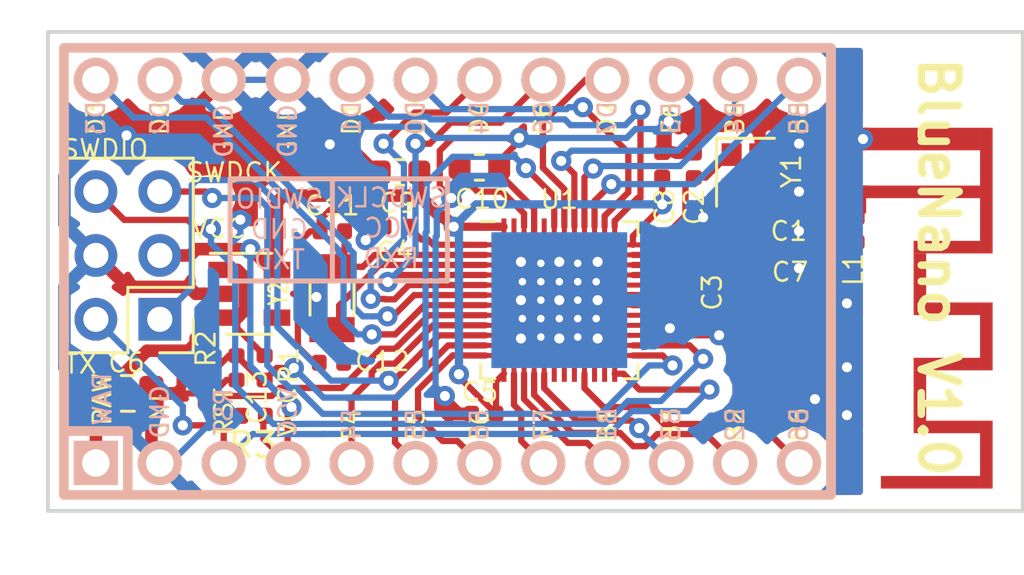
<source format=kicad_pcb>
(kicad_pcb (version 20171130) (host pcbnew "(5.0.0)")

  (general
    (thickness 1.6)
    (drawings 17)
    (tracks 514)
    (zones 0)
    (modules 24)
    (nets 49)
  )

  (page A4)
  (layers
    (0 F.Cu signal)
    (31 B.Cu signal)
    (32 B.Adhes user hide)
    (33 F.Adhes user hide)
    (34 B.Paste user hide)
    (35 F.Paste user hide)
    (36 B.SilkS user)
    (37 F.SilkS user hide)
    (38 B.Mask user hide)
    (39 F.Mask user hide)
    (40 Dwgs.User user)
    (41 Cmts.User user)
    (42 Eco1.User user)
    (43 Eco2.User user)
    (44 Edge.Cuts user)
    (45 Margin user)
    (46 B.CrtYd user)
    (47 F.CrtYd user)
    (48 B.Fab user hide)
    (49 F.Fab user hide)
  )

  (setup
    (last_trace_width 0.25)
    (user_trace_width 0.33)
    (user_trace_width 0.5)
    (trace_clearance 0.15)
    (zone_clearance 0.508)
    (zone_45_only no)
    (trace_min 0.2)
    (segment_width 0.2)
    (edge_width 0.15)
    (via_size 0.8)
    (via_drill 0.4)
    (via_min_size 0.4)
    (via_min_drill 0.3)
    (uvia_size 0.3)
    (uvia_drill 0.1)
    (uvias_allowed no)
    (uvia_min_size 0.2)
    (uvia_min_drill 0.1)
    (pcb_text_width 0.3)
    (pcb_text_size 1.5 1.5)
    (mod_edge_width 0.15)
    (mod_text_size 1 1)
    (mod_text_width 0.15)
    (pad_size 1.524 1.524)
    (pad_drill 0.762)
    (pad_to_mask_clearance 0.2)
    (aux_axis_origin 0 0)
    (visible_elements 7FFFFFFF)
    (pcbplotparams
      (layerselection 0x010fc_ffffffff)
      (usegerberextensions false)
      (usegerberattributes false)
      (usegerberadvancedattributes false)
      (creategerberjobfile false)
      (excludeedgelayer true)
      (linewidth 0.100000)
      (plotframeref false)
      (viasonmask false)
      (mode 1)
      (useauxorigin false)
      (hpglpennumber 1)
      (hpglpenspeed 20)
      (hpglpendiameter 15.000000)
      (psnegative false)
      (psa4output false)
      (plotreference true)
      (plotvalue true)
      (plotinvisibletext false)
      (padsonsilk false)
      (subtractmaskfromsilk false)
      (outputformat 1)
      (mirror false)
      (drillshape 0)
      (scaleselection 1)
      (outputdirectory "Gerber/"))
  )

  (net 0 "")
  (net 1 "Net-(C1-Pad2)")
  (net 2 GND)
  (net 3 "Net-(C2-Pad2)")
  (net 4 "Net-(C3-Pad1)")
  (net 5 "Net-(C4-Pad1)")
  (net 6 VCC)
  (net 7 "Net-(C7-Pad2)")
  (net 8 "Net-(C10-Pad1)")
  (net 9 "Net-(C11-Pad1)")
  (net 10 "Net-(C12-Pad1)")
  (net 11 "Net-(AE1-Pad1)")
  (net 12 "Net-(U1-Pad32)")
  (net 13 "Net-(U1-Pad44)")
  (net 14 "Net-(U1-Pad47)")
  (net 15 SCK)
  (net 16 MOSI)
  (net 17 MISO)
  (net 18 SDA)
  (net 19 SCL)
  (net 20 RESET)
  (net 21 LED1)
  (net 22 LED2)
  (net 23 FAC_RESET)
  (net 24 VBATT)
  (net 25 SWDCLK)
  (net 26 SWDIO)
  (net 27 /P0.02)
  (net 28 /P0.03)
  (net 29 /P0.04)
  (net 30 /P0.05)
  (net 31 TXD)
  (net 32 /P0.07)
  (net 33 RXD)
  (net 34 /P0.09)
  (net 35 /P0.10)
  (net 36 /P0.11)
  (net 37 /P0.15)
  (net 38 /P0.16)
  (net 39 /P0.18)
  (net 40 DFU)
  (net 41 /P0.23)
  (net 42 /P0.24)
  (net 43 /P0.27)
  (net 44 /P0.28)
  (net 45 /P0.29)
  (net 46 /P0.30)
  (net 47 RAW)
  (net 48 "Net-(U3-Pad4)")

  (net_class Default "This is the default net class."
    (clearance 0.15)
    (trace_width 0.25)
    (via_dia 0.8)
    (via_drill 0.4)
    (uvia_dia 0.3)
    (uvia_drill 0.1)
    (add_net /P0.02)
    (add_net /P0.03)
    (add_net /P0.04)
    (add_net /P0.05)
    (add_net /P0.07)
    (add_net /P0.09)
    (add_net /P0.10)
    (add_net /P0.11)
    (add_net /P0.15)
    (add_net /P0.16)
    (add_net /P0.18)
    (add_net /P0.23)
    (add_net /P0.24)
    (add_net /P0.27)
    (add_net /P0.28)
    (add_net /P0.29)
    (add_net /P0.30)
    (add_net DFU)
    (add_net FAC_RESET)
    (add_net GND)
    (add_net LED1)
    (add_net LED2)
    (add_net MISO)
    (add_net MOSI)
    (add_net "Net-(AE1-Pad1)")
    (add_net "Net-(C1-Pad2)")
    (add_net "Net-(C10-Pad1)")
    (add_net "Net-(C11-Pad1)")
    (add_net "Net-(C12-Pad1)")
    (add_net "Net-(C2-Pad2)")
    (add_net "Net-(C3-Pad1)")
    (add_net "Net-(C4-Pad1)")
    (add_net "Net-(C7-Pad2)")
    (add_net "Net-(U1-Pad32)")
    (add_net "Net-(U1-Pad44)")
    (add_net "Net-(U1-Pad47)")
    (add_net "Net-(U3-Pad4)")
    (add_net RAW)
    (add_net RESET)
    (add_net RXD)
    (add_net SCK)
    (add_net SCL)
    (add_net SDA)
    (add_net SWDCLK)
    (add_net SWDIO)
    (add_net TXD)
    (add_net VBATT)
    (add_net VCC)
  )

  (module Capacitor_SMD:C_0402_1005Metric (layer F.Cu) (tedit 5BAC6CA1) (tstamp 5BCCEF51)
    (at 138.88212 87.93226 180)
    (descr "Capacitor SMD 0402 (1005 Metric), square (rectangular) end terminal, IPC_7351 nominal, (Body size source: http://www.tortai-tech.com/upload/download/2011102023233369053.pdf), generated with kicad-footprint-generator")
    (tags capacitor)
    (path /5BA870B1)
    (attr smd)
    (fp_text reference C1 (at -1.68148 -0.00254 180) (layer F.SilkS)
      (effects (font (size 0.75 0.75) (thickness 0.1)))
    )
    (fp_text value 12pF (at 0 1.17 180) (layer F.Fab)
      (effects (font (size 1 1) (thickness 0.15)))
    )
    (fp_text user %R (at 0 0 180) (layer F.Fab)
      (effects (font (size 0.25 0.25) (thickness 0.04)))
    )
    (fp_line (start 0.93 0.47) (end -0.93 0.47) (layer F.CrtYd) (width 0.05))
    (fp_line (start 0.93 -0.47) (end 0.93 0.47) (layer F.CrtYd) (width 0.05))
    (fp_line (start -0.93 -0.47) (end 0.93 -0.47) (layer F.CrtYd) (width 0.05))
    (fp_line (start -0.93 0.47) (end -0.93 -0.47) (layer F.CrtYd) (width 0.05))
    (fp_line (start 0.5 0.25) (end -0.5 0.25) (layer F.Fab) (width 0.1))
    (fp_line (start 0.5 -0.25) (end 0.5 0.25) (layer F.Fab) (width 0.1))
    (fp_line (start -0.5 -0.25) (end 0.5 -0.25) (layer F.Fab) (width 0.1))
    (fp_line (start -0.5 0.25) (end -0.5 -0.25) (layer F.Fab) (width 0.1))
    (pad 2 smd roundrect (at 0.485 0 180) (size 0.59 0.64) (layers F.Cu F.Paste F.Mask) (roundrect_rratio 0.25)
      (net 1 "Net-(C1-Pad2)"))
    (pad 1 smd roundrect (at -0.485 0 180) (size 0.59 0.64) (layers F.Cu F.Paste F.Mask) (roundrect_rratio 0.25)
      (net 2 GND))
    (model ${KISYS3DMOD}/Capacitor_SMD.3dshapes/C_0402_1005Metric.wrl
      (at (xyz 0 0 0))
      (scale (xyz 1 1 1))
      (rotate (xyz 0 0 0))
    )
  )

  (module Capacitor_SMD:C_0402_1005Metric (layer F.Cu) (tedit 5BAC6C6C) (tstamp 5BCCEF60)
    (at 136.7917 85.31606 270)
    (descr "Capacitor SMD 0402 (1005 Metric), square (rectangular) end terminal, IPC_7351 nominal, (Body size source: http://www.tortai-tech.com/upload/download/2011102023233369053.pdf), generated with kicad-footprint-generator")
    (tags capacitor)
    (path /5BA87013)
    (attr smd)
    (fp_text reference C2 (at 1.65354 -0.0127 270) (layer F.SilkS)
      (effects (font (size 0.75 0.75) (thickness 0.1)))
    )
    (fp_text value 12pF (at 0 1.17 270) (layer F.Fab)
      (effects (font (size 1 1) (thickness 0.15)))
    )
    (fp_line (start -0.5 0.25) (end -0.5 -0.25) (layer F.Fab) (width 0.1))
    (fp_line (start -0.5 -0.25) (end 0.5 -0.25) (layer F.Fab) (width 0.1))
    (fp_line (start 0.5 -0.25) (end 0.5 0.25) (layer F.Fab) (width 0.1))
    (fp_line (start 0.5 0.25) (end -0.5 0.25) (layer F.Fab) (width 0.1))
    (fp_line (start -0.93 0.47) (end -0.93 -0.47) (layer F.CrtYd) (width 0.05))
    (fp_line (start -0.93 -0.47) (end 0.93 -0.47) (layer F.CrtYd) (width 0.05))
    (fp_line (start 0.93 -0.47) (end 0.93 0.47) (layer F.CrtYd) (width 0.05))
    (fp_line (start 0.93 0.47) (end -0.93 0.47) (layer F.CrtYd) (width 0.05))
    (fp_text user %R (at 0 0 270) (layer F.Fab)
      (effects (font (size 0.25 0.25) (thickness 0.04)))
    )
    (pad 1 smd roundrect (at -0.485 0 270) (size 0.59 0.64) (layers F.Cu F.Paste F.Mask) (roundrect_rratio 0.25)
      (net 2 GND))
    (pad 2 smd roundrect (at 0.485 0 270) (size 0.59 0.64) (layers F.Cu F.Paste F.Mask) (roundrect_rratio 0.25)
      (net 3 "Net-(C2-Pad2)"))
    (model ${KISYS3DMOD}/Capacitor_SMD.3dshapes/C_0402_1005Metric.wrl
      (at (xyz 0 0 0))
      (scale (xyz 1 1 1))
      (rotate (xyz 0 0 0))
    )
  )

  (module Capacitor_SMD:C_0402_1005Metric (layer F.Cu) (tedit 5BAC6C7B) (tstamp 5BCCEF6F)
    (at 136.49706 90.40876 90)
    (descr "Capacitor SMD 0402 (1005 Metric), square (rectangular) end terminal, IPC_7351 nominal, (Body size source: http://www.tortai-tech.com/upload/download/2011102023233369053.pdf), generated with kicad-footprint-generator")
    (tags capacitor)
    (path /5BA8807F)
    (attr smd)
    (fp_text reference C3 (at 0.03556 1.01854 90) (layer F.SilkS)
      (effects (font (size 0.75 0.75) (thickness 0.1)))
    )
    (fp_text value 0.8pF (at 0 1.17 90) (layer F.Fab)
      (effects (font (size 1 1) (thickness 0.15)))
    )
    (fp_text user %R (at 0 0 90) (layer F.Fab)
      (effects (font (size 0.25 0.25) (thickness 0.04)))
    )
    (fp_line (start 0.93 0.47) (end -0.93 0.47) (layer F.CrtYd) (width 0.05))
    (fp_line (start 0.93 -0.47) (end 0.93 0.47) (layer F.CrtYd) (width 0.05))
    (fp_line (start -0.93 -0.47) (end 0.93 -0.47) (layer F.CrtYd) (width 0.05))
    (fp_line (start -0.93 0.47) (end -0.93 -0.47) (layer F.CrtYd) (width 0.05))
    (fp_line (start 0.5 0.25) (end -0.5 0.25) (layer F.Fab) (width 0.1))
    (fp_line (start 0.5 -0.25) (end 0.5 0.25) (layer F.Fab) (width 0.1))
    (fp_line (start -0.5 -0.25) (end 0.5 -0.25) (layer F.Fab) (width 0.1))
    (fp_line (start -0.5 0.25) (end -0.5 -0.25) (layer F.Fab) (width 0.1))
    (pad 2 smd roundrect (at 0.485 0 90) (size 0.59 0.64) (layers F.Cu F.Paste F.Mask) (roundrect_rratio 0.25)
      (net 2 GND))
    (pad 1 smd roundrect (at -0.485 0 90) (size 0.59 0.64) (layers F.Cu F.Paste F.Mask) (roundrect_rratio 0.25)
      (net 4 "Net-(C3-Pad1)"))
    (model ${KISYS3DMOD}/Capacitor_SMD.3dshapes/C_0402_1005Metric.wrl
      (at (xyz 0 0 0))
      (scale (xyz 1 1 1))
      (rotate (xyz 0 0 0))
    )
  )

  (module Capacitor_SMD:C_0402_1005Metric (layer F.Cu) (tedit 5BAC6BB6) (tstamp 5BCCEF7E)
    (at 124.968 87.757 180)
    (descr "Capacitor SMD 0402 (1005 Metric), square (rectangular) end terminal, IPC_7351 nominal, (Body size source: http://www.tortai-tech.com/upload/download/2011102023233369053.pdf), generated with kicad-footprint-generator")
    (tags capacitor)
    (path /5BA8B655)
    (attr smd)
    (fp_text reference C4 (at 0.0508 -0.9906 180) (layer F.SilkS)
      (effects (font (size 0.75 0.75) (thickness 0.1)))
    )
    (fp_text value 100nF (at 0 1.17 180) (layer F.Fab)
      (effects (font (size 1 1) (thickness 0.15)))
    )
    (fp_text user %R (at 0 0 180) (layer F.Fab)
      (effects (font (size 0.25 0.25) (thickness 0.04)))
    )
    (fp_line (start 0.93 0.47) (end -0.93 0.47) (layer F.CrtYd) (width 0.05))
    (fp_line (start 0.93 -0.47) (end 0.93 0.47) (layer F.CrtYd) (width 0.05))
    (fp_line (start -0.93 -0.47) (end 0.93 -0.47) (layer F.CrtYd) (width 0.05))
    (fp_line (start -0.93 0.47) (end -0.93 -0.47) (layer F.CrtYd) (width 0.05))
    (fp_line (start 0.5 0.25) (end -0.5 0.25) (layer F.Fab) (width 0.1))
    (fp_line (start 0.5 -0.25) (end 0.5 0.25) (layer F.Fab) (width 0.1))
    (fp_line (start -0.5 -0.25) (end 0.5 -0.25) (layer F.Fab) (width 0.1))
    (fp_line (start -0.5 0.25) (end -0.5 -0.25) (layer F.Fab) (width 0.1))
    (pad 2 smd roundrect (at 0.485 0 180) (size 0.59 0.64) (layers F.Cu F.Paste F.Mask) (roundrect_rratio 0.25)
      (net 2 GND))
    (pad 1 smd roundrect (at -0.485 0 180) (size 0.59 0.64) (layers F.Cu F.Paste F.Mask) (roundrect_rratio 0.25)
      (net 5 "Net-(C4-Pad1)"))
    (model ${KISYS3DMOD}/Capacitor_SMD.3dshapes/C_0402_1005Metric.wrl
      (at (xyz 0 0 0))
      (scale (xyz 1 1 1))
      (rotate (xyz 0 0 0))
    )
  )

  (module Capacitor_SMD:C_0402_1005Metric (layer F.Cu) (tedit 5BAC6C2A) (tstamp 5BCCEF8D)
    (at 128.4454 95.1992 180)
    (descr "Capacitor SMD 0402 (1005 Metric), square (rectangular) end terminal, IPC_7351 nominal, (Body size source: http://www.tortai-tech.com/upload/download/2011102023233369053.pdf), generated with kicad-footprint-generator")
    (tags capacitor)
    (path /5BA9A805)
    (attr smd)
    (fp_text reference C5 (at 0.1524 0.8636 180) (layer F.SilkS)
      (effects (font (size 0.75 0.75) (thickness 0.1)))
    )
    (fp_text value 100nF (at -0.399001 2.032999 180) (layer F.Fab)
      (effects (font (size 1 1) (thickness 0.15)))
    )
    (fp_line (start -0.5 0.25) (end -0.5 -0.25) (layer F.Fab) (width 0.1))
    (fp_line (start -0.5 -0.25) (end 0.5 -0.25) (layer F.Fab) (width 0.1))
    (fp_line (start 0.5 -0.25) (end 0.5 0.25) (layer F.Fab) (width 0.1))
    (fp_line (start 0.5 0.25) (end -0.5 0.25) (layer F.Fab) (width 0.1))
    (fp_line (start -0.93 0.47) (end -0.93 -0.47) (layer F.CrtYd) (width 0.05))
    (fp_line (start -0.93 -0.47) (end 0.93 -0.47) (layer F.CrtYd) (width 0.05))
    (fp_line (start 0.93 -0.47) (end 0.93 0.47) (layer F.CrtYd) (width 0.05))
    (fp_line (start 0.93 0.47) (end -0.93 0.47) (layer F.CrtYd) (width 0.05))
    (fp_text user %R (at 0 0 180) (layer F.Fab)
      (effects (font (size 0.25 0.25) (thickness 0.04)))
    )
    (pad 1 smd roundrect (at -0.485 0 180) (size 0.59 0.64) (layers F.Cu F.Paste F.Mask) (roundrect_rratio 0.25)
      (net 6 VCC))
    (pad 2 smd roundrect (at 0.485 0 180) (size 0.59 0.64) (layers F.Cu F.Paste F.Mask) (roundrect_rratio 0.25)
      (net 2 GND))
    (model ${KISYS3DMOD}/Capacitor_SMD.3dshapes/C_0402_1005Metric.wrl
      (at (xyz 0 0 0))
      (scale (xyz 1 1 1))
      (rotate (xyz 0 0 0))
    )
  )

  (module Capacitor_SMD:C_0402_1005Metric (layer F.Cu) (tedit 5BAC6C8B) (tstamp 5BCCEF9C)
    (at 138.8848 89.535 180)
    (descr "Capacitor SMD 0402 (1005 Metric), square (rectangular) end terminal, IPC_7351 nominal, (Body size source: http://www.tortai-tech.com/upload/download/2011102023233369053.pdf), generated with kicad-footprint-generator")
    (tags capacitor)
    (path /5BA8AEB8)
    (attr smd)
    (fp_text reference C7 (at -1.7296 -0.0254 180) (layer F.SilkS)
      (effects (font (size 0.75 0.75) (thickness 0.1)))
    )
    (fp_text value 100pF (at 0 1.17 180) (layer F.Fab)
      (effects (font (size 1 1) (thickness 0.15)))
    )
    (fp_line (start -0.5 0.25) (end -0.5 -0.25) (layer F.Fab) (width 0.1))
    (fp_line (start -0.5 -0.25) (end 0.5 -0.25) (layer F.Fab) (width 0.1))
    (fp_line (start 0.5 -0.25) (end 0.5 0.25) (layer F.Fab) (width 0.1))
    (fp_line (start 0.5 0.25) (end -0.5 0.25) (layer F.Fab) (width 0.1))
    (fp_line (start -0.93 0.47) (end -0.93 -0.47) (layer F.CrtYd) (width 0.05))
    (fp_line (start -0.93 -0.47) (end 0.93 -0.47) (layer F.CrtYd) (width 0.05))
    (fp_line (start 0.93 -0.47) (end 0.93 0.47) (layer F.CrtYd) (width 0.05))
    (fp_line (start 0.93 0.47) (end -0.93 0.47) (layer F.CrtYd) (width 0.05))
    (fp_text user %R (at 0 0 180) (layer F.Fab)
      (effects (font (size 0.25 0.25) (thickness 0.04)))
    )
    (pad 1 smd roundrect (at -0.485 0 180) (size 0.59 0.64) (layers F.Cu F.Paste F.Mask) (roundrect_rratio 0.25)
      (net 2 GND))
    (pad 2 smd roundrect (at 0.485 0 180) (size 0.59 0.64) (layers F.Cu F.Paste F.Mask) (roundrect_rratio 0.25)
      (net 7 "Net-(C7-Pad2)"))
    (model ${KISYS3DMOD}/Capacitor_SMD.3dshapes/C_0402_1005Metric.wrl
      (at (xyz 0 0 0))
      (scale (xyz 1 1 1))
      (rotate (xyz 0 0 0))
    )
  )

  (module Capacitor_SMD:C_0402_1005Metric (layer F.Cu) (tedit 5BAC6C5B) (tstamp 5BCCEFAB)
    (at 135.5344 85.2932 90)
    (descr "Capacitor SMD 0402 (1005 Metric), square (rectangular) end terminal, IPC_7351 nominal, (Body size source: http://www.tortai-tech.com/upload/download/2011102023233369053.pdf), generated with kicad-footprint-generator")
    (tags capacitor)
    (path /5BA874F3)
    (attr smd)
    (fp_text reference C8 (at -1.6764 0.1016 90) (layer F.SilkS)
      (effects (font (size 0.75 0.75) (thickness 0.1)))
    )
    (fp_text value 100nF (at 0 1.17 90) (layer F.Fab)
      (effects (font (size 1 1) (thickness 0.15)))
    )
    (fp_line (start -0.5 0.25) (end -0.5 -0.25) (layer F.Fab) (width 0.1))
    (fp_line (start -0.5 -0.25) (end 0.5 -0.25) (layer F.Fab) (width 0.1))
    (fp_line (start 0.5 -0.25) (end 0.5 0.25) (layer F.Fab) (width 0.1))
    (fp_line (start 0.5 0.25) (end -0.5 0.25) (layer F.Fab) (width 0.1))
    (fp_line (start -0.93 0.47) (end -0.93 -0.47) (layer F.CrtYd) (width 0.05))
    (fp_line (start -0.93 -0.47) (end 0.93 -0.47) (layer F.CrtYd) (width 0.05))
    (fp_line (start 0.93 -0.47) (end 0.93 0.47) (layer F.CrtYd) (width 0.05))
    (fp_line (start 0.93 0.47) (end -0.93 0.47) (layer F.CrtYd) (width 0.05))
    (fp_text user %R (at 0 0 90) (layer F.Fab)
      (effects (font (size 0.25 0.25) (thickness 0.04)))
    )
    (pad 1 smd roundrect (at -0.485 0 90) (size 0.59 0.64) (layers F.Cu F.Paste F.Mask) (roundrect_rratio 0.25)
      (net 6 VCC))
    (pad 2 smd roundrect (at 0.485 0 90) (size 0.59 0.64) (layers F.Cu F.Paste F.Mask) (roundrect_rratio 0.25)
      (net 2 GND))
    (model ${KISYS3DMOD}/Capacitor_SMD.3dshapes/C_0402_1005Metric.wrl
      (at (xyz 0 0 0))
      (scale (xyz 1 1 1))
      (rotate (xyz 0 0 0))
    )
  )

  (module Capacitor_SMD:C_0603_1608Metric (layer F.Cu) (tedit 5BAC6BD3) (tstamp 5BCCEFBC)
    (at 125.095 85.598 180)
    (descr "Capacitor SMD 0603 (1608 Metric), square (rectangular) end terminal, IPC_7351 nominal, (Body size source: http://www.tortai-tech.com/upload/download/2011102023233369053.pdf), generated with kicad-footprint-generator")
    (tags capacitor)
    (path /5BAAA085)
    (attr smd)
    (fp_text reference C9 (at 0.0762 -1.2192 180) (layer F.SilkS)
      (effects (font (size 0.75 0.75) (thickness 0.1)))
    )
    (fp_text value 4.7uF (at 0 1.43 180) (layer F.Fab)
      (effects (font (size 1 1) (thickness 0.15)))
    )
    (fp_text user %R (at 0 0 180) (layer F.Fab)
      (effects (font (size 0.4 0.4) (thickness 0.06)))
    )
    (fp_line (start 1.48 0.73) (end -1.48 0.73) (layer F.CrtYd) (width 0.05))
    (fp_line (start 1.48 -0.73) (end 1.48 0.73) (layer F.CrtYd) (width 0.05))
    (fp_line (start -1.48 -0.73) (end 1.48 -0.73) (layer F.CrtYd) (width 0.05))
    (fp_line (start -1.48 0.73) (end -1.48 -0.73) (layer F.CrtYd) (width 0.05))
    (fp_line (start -0.162779 0.51) (end 0.162779 0.51) (layer F.SilkS) (width 0.12))
    (fp_line (start -0.162779 -0.51) (end 0.162779 -0.51) (layer F.SilkS) (width 0.12))
    (fp_line (start 0.8 0.4) (end -0.8 0.4) (layer F.Fab) (width 0.1))
    (fp_line (start 0.8 -0.4) (end 0.8 0.4) (layer F.Fab) (width 0.1))
    (fp_line (start -0.8 -0.4) (end 0.8 -0.4) (layer F.Fab) (width 0.1))
    (fp_line (start -0.8 0.4) (end -0.8 -0.4) (layer F.Fab) (width 0.1))
    (pad 2 smd roundrect (at 0.7875 0 180) (size 0.875 0.95) (layers F.Cu F.Paste F.Mask) (roundrect_rratio 0.25)
      (net 2 GND))
    (pad 1 smd roundrect (at -0.7875 0 180) (size 0.875 0.95) (layers F.Cu F.Paste F.Mask) (roundrect_rratio 0.25)
      (net 6 VCC))
    (model ${KISYS3DMOD}/Capacitor_SMD.3dshapes/C_0603_1608Metric.wrl
      (at (xyz 0 0 0))
      (scale (xyz 1 1 1))
      (rotate (xyz 0 0 0))
    )
  )

  (module Capacitor_SMD:C_0603_1608Metric (layer F.Cu) (tedit 5BAC6BED) (tstamp 5BCCEFCD)
    (at 128.27 85.3948)
    (descr "Capacitor SMD 0603 (1608 Metric), square (rectangular) end terminal, IPC_7351 nominal, (Body size source: http://www.tortai-tech.com/upload/download/2011102023233369053.pdf), generated with kicad-footprint-generator")
    (tags capacitor)
    (path /5BA87471)
    (attr smd)
    (fp_text reference C10 (at 0.1016 1.27) (layer F.SilkS)
      (effects (font (size 0.75 0.75) (thickness 0.1)))
    )
    (fp_text value 1uF (at 0 1.43) (layer F.Fab)
      (effects (font (size 1 1) (thickness 0.15)))
    )
    (fp_line (start -0.8 0.4) (end -0.8 -0.4) (layer F.Fab) (width 0.1))
    (fp_line (start -0.8 -0.4) (end 0.8 -0.4) (layer F.Fab) (width 0.1))
    (fp_line (start 0.8 -0.4) (end 0.8 0.4) (layer F.Fab) (width 0.1))
    (fp_line (start 0.8 0.4) (end -0.8 0.4) (layer F.Fab) (width 0.1))
    (fp_line (start -0.162779 -0.51) (end 0.162779 -0.51) (layer F.SilkS) (width 0.12))
    (fp_line (start -0.162779 0.51) (end 0.162779 0.51) (layer F.SilkS) (width 0.12))
    (fp_line (start -1.48 0.73) (end -1.48 -0.73) (layer F.CrtYd) (width 0.05))
    (fp_line (start -1.48 -0.73) (end 1.48 -0.73) (layer F.CrtYd) (width 0.05))
    (fp_line (start 1.48 -0.73) (end 1.48 0.73) (layer F.CrtYd) (width 0.05))
    (fp_line (start 1.48 0.73) (end -1.48 0.73) (layer F.CrtYd) (width 0.05))
    (fp_text user %R (at 0 0) (layer F.Fab)
      (effects (font (size 0.4 0.4) (thickness 0.06)))
    )
    (pad 1 smd roundrect (at -0.7875 0) (size 0.875 0.95) (layers F.Cu F.Paste F.Mask) (roundrect_rratio 0.25)
      (net 8 "Net-(C10-Pad1)"))
    (pad 2 smd roundrect (at 0.7875 0) (size 0.875 0.95) (layers F.Cu F.Paste F.Mask) (roundrect_rratio 0.25)
      (net 2 GND))
    (model ${KISYS3DMOD}/Capacitor_SMD.3dshapes/C_0603_1608Metric.wrl
      (at (xyz 0 0 0))
      (scale (xyz 1 1 1))
      (rotate (xyz 0 0 0))
    )
  )

  (module Capacitor_SMD:C_0402_1005Metric (layer F.Cu) (tedit 5BAC6BA3) (tstamp 5BCCEFDC)
    (at 122.42546 87.93988 180)
    (descr "Capacitor SMD 0402 (1005 Metric), square (rectangular) end terminal, IPC_7351 nominal, (Body size source: http://www.tortai-tech.com/upload/download/2011102023233369053.pdf), generated with kicad-footprint-generator")
    (tags capacitor)
    (path /5BA87284)
    (attr smd)
    (fp_text reference C11 (at 0 1.02108 180) (layer F.SilkS)
      (effects (font (size 0.75 0.75) (thickness 0.1)))
    )
    (fp_text value 12pF (at 0 1.17 180) (layer F.Fab)
      (effects (font (size 1 1) (thickness 0.15)))
    )
    (fp_line (start -0.5 0.25) (end -0.5 -0.25) (layer F.Fab) (width 0.1))
    (fp_line (start -0.5 -0.25) (end 0.5 -0.25) (layer F.Fab) (width 0.1))
    (fp_line (start 0.5 -0.25) (end 0.5 0.25) (layer F.Fab) (width 0.1))
    (fp_line (start 0.5 0.25) (end -0.5 0.25) (layer F.Fab) (width 0.1))
    (fp_line (start -0.93 0.47) (end -0.93 -0.47) (layer F.CrtYd) (width 0.05))
    (fp_line (start -0.93 -0.47) (end 0.93 -0.47) (layer F.CrtYd) (width 0.05))
    (fp_line (start 0.93 -0.47) (end 0.93 0.47) (layer F.CrtYd) (width 0.05))
    (fp_line (start 0.93 0.47) (end -0.93 0.47) (layer F.CrtYd) (width 0.05))
    (fp_text user %R (at 0 0 180) (layer F.Fab)
      (effects (font (size 0.25 0.25) (thickness 0.04)))
    )
    (pad 1 smd roundrect (at -0.485 0 180) (size 0.59 0.64) (layers F.Cu F.Paste F.Mask) (roundrect_rratio 0.25)
      (net 9 "Net-(C11-Pad1)"))
    (pad 2 smd roundrect (at 0.485 0 180) (size 0.59 0.64) (layers F.Cu F.Paste F.Mask) (roundrect_rratio 0.25)
      (net 2 GND))
    (model ${KISYS3DMOD}/Capacitor_SMD.3dshapes/C_0402_1005Metric.wrl
      (at (xyz 0 0 0))
      (scale (xyz 1 1 1))
      (rotate (xyz 0 0 0))
    )
  )

  (module Capacitor_SMD:C_0402_1005Metric (layer F.Cu) (tedit 5BAC6C18) (tstamp 5BCCEFEB)
    (at 122.3899 93.1672 180)
    (descr "Capacitor SMD 0402 (1005 Metric), square (rectangular) end terminal, IPC_7351 nominal, (Body size source: http://www.tortai-tech.com/upload/download/2011102023233369053.pdf), generated with kicad-footprint-generator")
    (tags capacitor)
    (path /5BA872D0)
    (attr smd)
    (fp_text reference C12 (at -2.0193 0.05842 180) (layer F.SilkS)
      (effects (font (size 0.75 0.75) (thickness 0.1)))
    )
    (fp_text value 12pF (at 0 1.17 180) (layer F.Fab)
      (effects (font (size 1 1) (thickness 0.15)))
    )
    (fp_text user %R (at 0 0 180) (layer F.Fab)
      (effects (font (size 0.25 0.25) (thickness 0.04)))
    )
    (fp_line (start 0.93 0.47) (end -0.93 0.47) (layer F.CrtYd) (width 0.05))
    (fp_line (start 0.93 -0.47) (end 0.93 0.47) (layer F.CrtYd) (width 0.05))
    (fp_line (start -0.93 -0.47) (end 0.93 -0.47) (layer F.CrtYd) (width 0.05))
    (fp_line (start -0.93 0.47) (end -0.93 -0.47) (layer F.CrtYd) (width 0.05))
    (fp_line (start 0.5 0.25) (end -0.5 0.25) (layer F.Fab) (width 0.1))
    (fp_line (start 0.5 -0.25) (end 0.5 0.25) (layer F.Fab) (width 0.1))
    (fp_line (start -0.5 -0.25) (end 0.5 -0.25) (layer F.Fab) (width 0.1))
    (fp_line (start -0.5 0.25) (end -0.5 -0.25) (layer F.Fab) (width 0.1))
    (pad 2 smd roundrect (at 0.485 0 180) (size 0.59 0.64) (layers F.Cu F.Paste F.Mask) (roundrect_rratio 0.25)
      (net 2 GND))
    (pad 1 smd roundrect (at -0.485 0 180) (size 0.59 0.64) (layers F.Cu F.Paste F.Mask) (roundrect_rratio 0.25)
      (net 10 "Net-(C12-Pad1)"))
    (model ${KISYS3DMOD}/Capacitor_SMD.3dshapes/C_0402_1005Metric.wrl
      (at (xyz 0 0 0))
      (scale (xyz 1 1 1))
      (rotate (xyz 0 0 0))
    )
  )

  (module Inductor_SMD:L_0402_1005Metric (layer F.Cu) (tedit 5BAC6CC7) (tstamp 5BCCEFFA)
    (at 143.256 87.884 90)
    (descr "Inductor SMD 0402 (1005 Metric), square (rectangular) end terminal, IPC_7351 nominal, (Body size source: http://www.tortai-tech.com/upload/download/2011102023233369053.pdf), generated with kicad-footprint-generator")
    (tags inductor)
    (path /5BA87F40)
    (attr smd)
    (fp_text reference L1 (at -1.5748 -0.127 90) (layer F.SilkS)
      (effects (font (size 0.75 0.75) (thickness 0.1)))
    )
    (fp_text value 3.9nH (at 0 1.17 90) (layer F.Fab)
      (effects (font (size 1 1) (thickness 0.15)))
    )
    (fp_line (start -0.5 0.25) (end -0.5 -0.25) (layer F.Fab) (width 0.1))
    (fp_line (start -0.5 -0.25) (end 0.5 -0.25) (layer F.Fab) (width 0.1))
    (fp_line (start 0.5 -0.25) (end 0.5 0.25) (layer F.Fab) (width 0.1))
    (fp_line (start 0.5 0.25) (end -0.5 0.25) (layer F.Fab) (width 0.1))
    (fp_line (start -0.93 0.47) (end -0.93 -0.47) (layer F.CrtYd) (width 0.05))
    (fp_line (start -0.93 -0.47) (end 0.93 -0.47) (layer F.CrtYd) (width 0.05))
    (fp_line (start 0.93 -0.47) (end 0.93 0.47) (layer F.CrtYd) (width 0.05))
    (fp_line (start 0.93 0.47) (end -0.93 0.47) (layer F.CrtYd) (width 0.05))
    (fp_text user %R (at 0 0 90) (layer F.Fab)
      (effects (font (size 0.25 0.25) (thickness 0.04)))
    )
    (pad 1 smd roundrect (at -0.485 0 90) (size 0.59 0.64) (layers F.Cu F.Paste F.Mask) (roundrect_rratio 0.25)
      (net 4 "Net-(C3-Pad1)"))
    (pad 2 smd roundrect (at 0.485 0 90) (size 0.59 0.64) (layers F.Cu F.Paste F.Mask) (roundrect_rratio 0.25)
      (net 11 "Net-(AE1-Pad1)"))
    (model ${KISYS3DMOD}/Inductor_SMD.3dshapes/L_0402_1005Metric.wrl
      (at (xyz 0 0 0))
      (scale (xyz 1 1 1))
      (rotate (xyz 0 0 0))
    )
  )

  (module Crystal:Crystal_SMD_2016-4Pin_2.0x1.6mm (layer F.Cu) (tedit 5BAC6CB2) (tstamp 5BCCF163)
    (at 138.84402 85.59038 270)
    (descr "SMD Crystal SERIES SMD2016/4 http://www.q-crystal.com/upload/5/2015552223166229.pdf, 2.0x1.6mm^2 package")
    (tags "SMD SMT crystal")
    (path /5BAB3119)
    (attr smd)
    (fp_text reference Y1 (at -0.04318 -1.82118 270) (layer F.SilkS)
      (effects (font (size 0.75 0.75) (thickness 0.1)))
    )
    (fp_text value 32MHz (at 0 2 270) (layer F.Fab)
      (effects (font (size 1 1) (thickness 0.15)))
    )
    (fp_text user %R (at -0.07516 0.0801 270) (layer F.Fab)
      (effects (font (size 0.5 0.5) (thickness 0.075)))
    )
    (fp_line (start -0.9 -0.8) (end 0.9 -0.8) (layer F.Fab) (width 0.1))
    (fp_line (start 0.9 -0.8) (end 1 -0.7) (layer F.Fab) (width 0.1))
    (fp_line (start 1 -0.7) (end 1 0.7) (layer F.Fab) (width 0.1))
    (fp_line (start 1 0.7) (end 0.9 0.8) (layer F.Fab) (width 0.1))
    (fp_line (start 0.9 0.8) (end -0.9 0.8) (layer F.Fab) (width 0.1))
    (fp_line (start -0.9 0.8) (end -1 0.7) (layer F.Fab) (width 0.1))
    (fp_line (start -1 0.7) (end -1 -0.7) (layer F.Fab) (width 0.1))
    (fp_line (start -1 -0.7) (end -0.9 -0.8) (layer F.Fab) (width 0.1))
    (fp_line (start -1 0.3) (end -0.5 0.8) (layer F.Fab) (width 0.1))
    (fp_line (start -1.35 -1.15) (end -1.35 1.15) (layer F.SilkS) (width 0.12))
    (fp_line (start -1.35 1.15) (end 1.35 1.15) (layer F.SilkS) (width 0.12))
    (fp_line (start -1.4 -1.3) (end -1.4 1.3) (layer F.CrtYd) (width 0.05))
    (fp_line (start -1.4 1.3) (end 1.4 1.3) (layer F.CrtYd) (width 0.05))
    (fp_line (start 1.4 1.3) (end 1.4 -1.3) (layer F.CrtYd) (width 0.05))
    (fp_line (start 1.4 -1.3) (end -1.4 -1.3) (layer F.CrtYd) (width 0.05))
    (pad 1 smd rect (at -0.7 0.55 270) (size 0.9 0.8) (layers F.Cu F.Paste F.Mask)
      (net 3 "Net-(C2-Pad2)"))
    (pad 2 smd rect (at 0.7 0.55 270) (size 0.9 0.8) (layers F.Cu F.Paste F.Mask)
      (net 2 GND))
    (pad 3 smd rect (at 0.7 -0.55 270) (size 0.9 0.8) (layers F.Cu F.Paste F.Mask)
      (net 1 "Net-(C1-Pad2)"))
    (pad 4 smd rect (at -0.7 -0.55 270) (size 0.9 0.8) (layers F.Cu F.Paste F.Mask)
      (net 2 GND))
    (model ${KISYS3DMOD}/Crystal.3dshapes/Crystal_SMD_2016-4Pin_2.0x1.6mm.wrl
      (at (xyz 0 0 0))
      (scale (xyz 1 1 1))
      (rotate (xyz 0 0 0))
    )
  )

  (module Crystal:Crystal_SMD_3215-2Pin_3.2x1.5mm (layer F.Cu) (tedit 5BAC6B83) (tstamp 5BCCF174)
    (at 122.41276 90.6018 90)
    (descr "SMD Crystal FC-135 https://support.epson.biz/td/api/doc_check.php?dl=brief_FC-135R_en.pdf")
    (tags "SMD SMT Crystal")
    (path /5BA87226)
    (attr smd)
    (fp_text reference Y2 (at 0.1778 -2.11836 90) (layer F.SilkS)
      (effects (font (size 0.75 0.5) (thickness 0.1)))
    )
    (fp_text value 32.768kHz (at 0 2 90) (layer F.Fab)
      (effects (font (size 1 1) (thickness 0.15)))
    )
    (fp_text user %R (at 0 -2 90) (layer F.Fab)
      (effects (font (size 1 1) (thickness 0.15)))
    )
    (fp_line (start -2 -1.15) (end 2 -1.15) (layer F.CrtYd) (width 0.05))
    (fp_line (start -1.6 -0.75) (end -1.6 0.75) (layer F.Fab) (width 0.1))
    (fp_line (start -0.675 0.875) (end 0.675 0.875) (layer F.SilkS) (width 0.12))
    (fp_line (start -0.675 -0.875) (end 0.675 -0.875) (layer F.SilkS) (width 0.12))
    (fp_line (start 1.6 -0.75) (end 1.6 0.75) (layer F.Fab) (width 0.1))
    (fp_line (start -1.6 -0.75) (end 1.6 -0.75) (layer F.Fab) (width 0.1))
    (fp_line (start -1.6 0.75) (end 1.6 0.75) (layer F.Fab) (width 0.1))
    (fp_line (start -2 1.15) (end 2 1.15) (layer F.CrtYd) (width 0.05))
    (fp_line (start -2 -1.15) (end -2 1.15) (layer F.CrtYd) (width 0.05))
    (fp_line (start 2 -1.15) (end 2 1.15) (layer F.CrtYd) (width 0.05))
    (pad 1 smd rect (at 1.25 0 90) (size 1 1.8) (layers F.Cu F.Paste F.Mask)
      (net 9 "Net-(C11-Pad1)"))
    (pad 2 smd rect (at -1.25 0 90) (size 1 1.8) (layers F.Cu F.Paste F.Mask)
      (net 10 "Net-(C12-Pad1)"))
    (model ${KISYS3DMOD}/Crystal.3dshapes/Crystal_SMD_3215-2Pin_3.2x1.5mm.wrl
      (at (xyz 0 0 0))
      (scale (xyz 1 1 1))
      (rotate (xyz 0 0 0))
    )
  )

  (module Package_DFN_QFN:QFN-48-1EP_6x6mm_P0.4mm_EP4.66x4.66mm_ThermalVias (layer F.Cu) (tedit 5BAC6C01) (tstamp 5BD8F291)
    (at 131.445 90.678)
    (descr "48-Lead Plastic Quad Flat, No Lead Package - 6x6 mm Body [QFN] with thermal vias; see figure 7.2 of https://static.dev.sifive.com/SiFive-FE310-G000-datasheet-v1.0.4.pdf")
    (tags "QFN 0.4")
    (path /5BA8EE8A)
    (attr smd)
    (fp_text reference U1 (at 0 -4.0132) (layer F.SilkS)
      (effects (font (size 0.75 0.75) (thickness 0.1)))
    )
    (fp_text value NRF52832-QFAA-R (at 0 4.25) (layer F.Fab)
      (effects (font (size 1 1) (thickness 0.15)))
    )
    (fp_text user %R (at 0 0) (layer F.Fab)
      (effects (font (size 0.65 0.65) (thickness 0.125)))
    )
    (fp_line (start 3 3) (end -3 3) (layer F.Fab) (width 0.1))
    (fp_line (start -3 3) (end -3 -2) (layer F.Fab) (width 0.1))
    (fp_line (start -3 -2) (end -2 -3) (layer F.Fab) (width 0.1))
    (fp_line (start -2 -3) (end 3 -3) (layer F.Fab) (width 0.1))
    (fp_line (start 3 -3) (end 3 3) (layer F.Fab) (width 0.1))
    (fp_line (start -3.5 -3.5) (end -3.5 3.5) (layer F.CrtYd) (width 0.05))
    (fp_line (start -3.5 3.5) (end 3.5 3.5) (layer F.CrtYd) (width 0.05))
    (fp_line (start 3.5 3.5) (end 3.5 -3.5) (layer F.CrtYd) (width 0.05))
    (fp_line (start 3.5 -3.5) (end -3.5 -3.5) (layer F.CrtYd) (width 0.05))
    (fp_line (start 2.56 -3.125) (end 3.125 -3.125) (layer F.SilkS) (width 0.12))
    (fp_line (start 3.125 -3.125) (end 3.125 -2.56) (layer F.SilkS) (width 0.12))
    (fp_line (start -2.56 3.125) (end -3.125 3.125) (layer F.SilkS) (width 0.12))
    (fp_line (start -3.125 3.125) (end -3.125 2.56) (layer F.SilkS) (width 0.12))
    (fp_line (start 2.56 3.125) (end 3.125 3.125) (layer F.SilkS) (width 0.12))
    (fp_line (start 3.125 3.125) (end 3.125 2.56) (layer F.SilkS) (width 0.12))
    (fp_line (start -3.125 -3.125) (end -2.56 -3.125) (layer F.SilkS) (width 0.12))
    (pad 1 smd rect (at -2.925 -2.2) (size 0.65 0.2) (layers F.Cu F.Paste F.Mask)
      (net 5 "Net-(C4-Pad1)"))
    (pad 2 smd rect (at -2.925 -1.8) (size 0.65 0.2) (layers F.Cu F.Paste F.Mask)
      (net 9 "Net-(C11-Pad1)"))
    (pad 3 smd rect (at -2.925 -1.4) (size 0.65 0.2) (layers F.Cu F.Paste F.Mask)
      (net 10 "Net-(C12-Pad1)"))
    (pad 4 smd rect (at -2.925 -1) (size 0.65 0.2) (layers F.Cu F.Paste F.Mask)
      (net 27 /P0.02))
    (pad 5 smd rect (at -2.925 -0.6) (size 0.65 0.2) (layers F.Cu F.Paste F.Mask)
      (net 28 /P0.03))
    (pad 6 smd rect (at -2.925 -0.2) (size 0.65 0.2) (layers F.Cu F.Paste F.Mask)
      (net 29 /P0.04))
    (pad 7 smd rect (at -2.925 0.2) (size 0.65 0.2) (layers F.Cu F.Paste F.Mask)
      (net 30 /P0.05))
    (pad 8 smd rect (at -2.925 0.6) (size 0.65 0.2) (layers F.Cu F.Paste F.Mask)
      (net 31 TXD))
    (pad 9 smd rect (at -2.925 1) (size 0.65 0.2) (layers F.Cu F.Paste F.Mask)
      (net 32 /P0.07))
    (pad 10 smd rect (at -2.925 1.4) (size 0.65 0.2) (layers F.Cu F.Paste F.Mask)
      (net 33 RXD))
    (pad 11 smd rect (at -2.925 1.8) (size 0.65 0.2) (layers F.Cu F.Paste F.Mask)
      (net 34 /P0.09))
    (pad 12 smd rect (at -2.925 2.2) (size 0.65 0.2) (layers F.Cu F.Paste F.Mask)
      (net 35 /P0.10))
    (pad 13 smd rect (at -2.2 2.925 90) (size 0.65 0.2) (layers F.Cu F.Paste F.Mask)
      (net 6 VCC))
    (pad 14 smd rect (at -1.8 2.925 90) (size 0.65 0.2) (layers F.Cu F.Paste F.Mask)
      (net 36 /P0.11))
    (pad 15 smd rect (at -1.4 2.925 90) (size 0.65 0.2) (layers F.Cu F.Paste F.Mask)
      (net 15 SCK))
    (pad 16 smd rect (at -1 2.925 90) (size 0.65 0.2) (layers F.Cu F.Paste F.Mask)
      (net 16 MOSI))
    (pad 17 smd rect (at -0.6 2.925 90) (size 0.65 0.2) (layers F.Cu F.Paste F.Mask)
      (net 17 MISO))
    (pad 18 smd rect (at -0.2 2.925 90) (size 0.65 0.2) (layers F.Cu F.Paste F.Mask)
      (net 37 /P0.15))
    (pad 19 smd rect (at 0.2 2.925 90) (size 0.65 0.2) (layers F.Cu F.Paste F.Mask)
      (net 38 /P0.16))
    (pad 20 smd rect (at 0.6 2.925 90) (size 0.65 0.2) (layers F.Cu F.Paste F.Mask)
      (net 21 LED1))
    (pad 21 smd rect (at 1 2.925 90) (size 0.65 0.2) (layers F.Cu F.Paste F.Mask)
      (net 39 /P0.18))
    (pad 22 smd rect (at 1.4 2.925 90) (size 0.65 0.2) (layers F.Cu F.Paste F.Mask)
      (net 22 LED2))
    (pad 23 smd rect (at 1.8 2.925 90) (size 0.65 0.2) (layers F.Cu F.Paste F.Mask)
      (net 40 DFU))
    (pad 24 smd rect (at 2.2 2.925 90) (size 0.65 0.2) (layers F.Cu F.Paste F.Mask)
      (net 20 RESET))
    (pad 25 smd rect (at 2.925 2.2) (size 0.65 0.2) (layers F.Cu F.Paste F.Mask)
      (net 25 SWDCLK))
    (pad 26 smd rect (at 2.925 1.8) (size 0.65 0.2) (layers F.Cu F.Paste F.Mask)
      (net 26 SWDIO))
    (pad 27 smd rect (at 2.925 1.4) (size 0.65 0.2) (layers F.Cu F.Paste F.Mask)
      (net 23 FAC_RESET))
    (pad 28 smd rect (at 2.925 1) (size 0.65 0.2) (layers F.Cu F.Paste F.Mask)
      (net 41 /P0.23))
    (pad 29 smd rect (at 2.925 0.6) (size 0.65 0.2) (layers F.Cu F.Paste F.Mask)
      (net 42 /P0.24))
    (pad 30 smd rect (at 2.925 0.2) (size 0.65 0.2) (layers F.Cu F.Paste F.Mask)
      (net 4 "Net-(C3-Pad1)"))
    (pad 31 smd rect (at 2.925 -0.2) (size 0.65 0.2) (layers F.Cu F.Paste F.Mask)
      (net 2 GND))
    (pad 32 smd rect (at 2.925 -0.6) (size 0.65 0.2) (layers F.Cu F.Paste F.Mask)
      (net 12 "Net-(U1-Pad32)"))
    (pad 33 smd rect (at 2.925 -1) (size 0.65 0.2) (layers F.Cu F.Paste F.Mask)
      (net 7 "Net-(C7-Pad2)"))
    (pad 34 smd rect (at 2.925 -1.4) (size 0.65 0.2) (layers F.Cu F.Paste F.Mask)
      (net 1 "Net-(C1-Pad2)"))
    (pad 35 smd rect (at 2.925 -1.8) (size 0.65 0.2) (layers F.Cu F.Paste F.Mask)
      (net 3 "Net-(C2-Pad2)"))
    (pad 36 smd rect (at 2.925 -2.2) (size 0.65 0.2) (layers F.Cu F.Paste F.Mask)
      (net 6 VCC))
    (pad 37 smd rect (at 2.2 -2.925 90) (size 0.65 0.2) (layers F.Cu F.Paste F.Mask)
      (net 18 SDA))
    (pad 38 smd rect (at 1.8 -2.925 90) (size 0.65 0.2) (layers F.Cu F.Paste F.Mask)
      (net 19 SCL))
    (pad 39 smd rect (at 1.4 -2.925 90) (size 0.65 0.2) (layers F.Cu F.Paste F.Mask)
      (net 43 /P0.27))
    (pad 40 smd rect (at 1 -2.925 90) (size 0.65 0.2) (layers F.Cu F.Paste F.Mask)
      (net 44 /P0.28))
    (pad 41 smd rect (at 0.6 -2.925 90) (size 0.65 0.2) (layers F.Cu F.Paste F.Mask)
      (net 45 /P0.29))
    (pad 42 smd rect (at 0.2 -2.925 90) (size 0.65 0.2) (layers F.Cu F.Paste F.Mask)
      (net 46 /P0.30))
    (pad 43 smd rect (at -0.2 -2.925 90) (size 0.65 0.2) (layers F.Cu F.Paste F.Mask)
      (net 24 VBATT))
    (pad 44 smd rect (at -0.6 -2.925 90) (size 0.65 0.2) (layers F.Cu F.Paste F.Mask)
      (net 13 "Net-(U1-Pad44)"))
    (pad 45 smd rect (at -1 -2.925 90) (size 0.65 0.2) (layers F.Cu F.Paste F.Mask)
      (net 2 GND))
    (pad 46 smd rect (at -1.4 -2.925 90) (size 0.65 0.2) (layers F.Cu F.Paste F.Mask)
      (net 8 "Net-(C10-Pad1)"))
    (pad 47 smd rect (at -1.8 -2.925 90) (size 0.65 0.2) (layers F.Cu F.Paste F.Mask)
      (net 14 "Net-(U1-Pad47)"))
    (pad 48 smd rect (at -2.2 -2.925 90) (size 0.65 0.2) (layers F.Cu F.Paste F.Mask)
      (net 6 VCC))
    (pad 49 smd rect (at 0 0) (size 5.4 5.4) (layers B.Cu)
      (net 2 GND))
    (pad 49 smd rect (at 0 0) (size 4.4 4.4) (layers F.Cu F.Mask)
      (net 2 GND))
    (pad "" smd rect (at -1.466667 -1.466667) (size 1.08 1.08) (layers F.Paste))
    (pad "" smd rect (at -1.466667 0) (size 1.08 1.08) (layers F.Paste))
    (pad "" smd rect (at -1.466667 1.466667) (size 1.08 1.08) (layers F.Paste))
    (pad "" smd rect (at 0 -1.466667) (size 1.08 1.08) (layers F.Paste))
    (pad "" smd rect (at 0 0) (size 1.08 1.08) (layers F.Paste))
    (pad "" smd rect (at 0 1.466667) (size 1.08 1.08) (layers F.Paste))
    (pad "" smd rect (at 1.466667 -1.466667) (size 1.08 1.08) (layers F.Paste))
    (pad "" smd rect (at 1.466667 0) (size 1.08 1.08) (layers F.Paste))
    (pad "" smd rect (at 1.466667 1.466667) (size 1.08 1.08) (layers F.Paste))
    (pad 49 thru_hole circle (at -1.466667 -0.733333) (size 0.6 0.6) (drill 0.3) (layers *.Cu)
      (net 2 GND))
    (pad 49 thru_hole circle (at -1.466667 0.733333) (size 0.6 0.6) (drill 0.3) (layers *.Cu)
      (net 2 GND))
    (pad 49 thru_hole circle (at -0.733333 -1.466667) (size 0.6 0.6) (drill 0.3) (layers *.Cu)
      (net 2 GND))
    (pad 49 thru_hole circle (at -0.733333 -0.733333) (size 0.6 0.6) (drill 0.3) (layers *.Cu)
      (net 2 GND))
    (pad 49 thru_hole circle (at -0.733333 0) (size 0.6 0.6) (drill 0.3) (layers *.Cu)
      (net 2 GND))
    (pad 49 thru_hole circle (at -0.733333 0.733333) (size 0.6 0.6) (drill 0.3) (layers *.Cu)
      (net 2 GND))
    (pad 49 thru_hole circle (at -0.733333 1.466667) (size 0.6 0.6) (drill 0.3) (layers *.Cu)
      (net 2 GND))
    (pad 49 thru_hole circle (at 0 -0.733333) (size 0.6 0.6) (drill 0.3) (layers *.Cu)
      (net 2 GND))
    (pad 49 thru_hole circle (at 0 0.733333) (size 0.6 0.6) (drill 0.3) (layers *.Cu)
      (net 2 GND))
    (pad 49 thru_hole circle (at 0.733333 -1.466667) (size 0.6 0.6) (drill 0.3) (layers *.Cu)
      (net 2 GND))
    (pad 49 thru_hole circle (at 0.733333 -0.733333) (size 0.6 0.6) (drill 0.3) (layers *.Cu)
      (net 2 GND))
    (pad 49 thru_hole circle (at 0.733333 0) (size 0.6 0.6) (drill 0.3) (layers *.Cu)
      (net 2 GND))
    (pad 49 thru_hole circle (at 0.733333 0.733333) (size 0.6 0.6) (drill 0.3) (layers *.Cu)
      (net 2 GND))
    (pad 49 thru_hole circle (at 0.733333 1.466667) (size 0.6 0.6) (drill 0.3) (layers *.Cu)
      (net 2 GND))
    (pad 49 thru_hole circle (at 1.466667 -0.733333) (size 0.6 0.6) (drill 0.3) (layers *.Cu)
      (net 2 GND))
    (pad 49 thru_hole circle (at 1.466667 0.733333) (size 0.6 0.6) (drill 0.3) (layers *.Cu)
      (net 2 GND))
    (model ${KISYS3DMOD}/Package_DFN_QFN.3dshapes/QFN-48-1EP_6x6mm_Pitch0.4mm_EP4.66x4.66mm.wrl
      (at (xyz 0 0 0))
      (scale (xyz 1 1 1))
      (rotate (xyz 0 0 0))
    )
  )

  (module E73:ti-an043-antenna (layer F.Cu) (tedit 5BAC24D3) (tstamp 5BC21075)
    (at 143.764 83.82 270)
    (path /5BABA201)
    (fp_text reference AE1 (at 0 0 270) (layer F.SilkS) hide
      (effects (font (size 1.27 1.27) (thickness 0.15)))
    )
    (fp_text value Antenna_Shield (at 0 0 270) (layer F.SilkS) hide
      (effects (font (size 1.27 1.27) (thickness 0.15)))
    )
    (fp_poly (pts (xy 2.3 -4.4) (xy 2.3 0.5) (xy 2.8 0.5) (xy 2.8 -4.4)
      (xy 2.3 -4.4)) (layer F.Cu) (width 0))
    (fp_poly (pts (xy 0 -4.4) (xy 0 0.5) (xy 0.9 0.5) (xy 0.9 -4.4)
      (xy 0 -4.4)) (layer F.Cu) (width 0))
    (fp_poly (pts (xy 0 -4.9) (xy 0 -4.4) (xy 5 -4.4) (xy 5 -4.9)
      (xy 0 -4.9)) (layer F.Cu) (width 0))
    (fp_poly (pts (xy 4.5 -4.4) (xy 4.5 -1.76) (xy 5 -1.76) (xy 5 -4.4)
      (xy 4.5 -4.4)) (layer F.Cu) (width 0))
    (fp_poly (pts (xy 5 -2.26) (xy 5 -1.76) (xy 7 -1.76) (xy 7 -2.26)
      (xy 5 -2.26)) (layer F.Cu) (width 0))
    (fp_poly (pts (xy 6.95 -4.4) (xy 6.95 -1.76) (xy 7.45 -1.76) (xy 7.45 -4.4)
      (xy 6.95 -4.4)) (layer F.Cu) (width 0))
    (fp_poly (pts (xy 6.95 -4.9) (xy 6.95 -4.4) (xy 9.65 -4.4) (xy 9.65 -4.9)
      (xy 6.95 -4.9)) (layer F.Cu) (width 0))
    (fp_poly (pts (xy 9.15 -4.4) (xy 9.15 -1.76) (xy 9.65 -1.76) (xy 9.65 -4.4)
      (xy 9.15 -4.4)) (layer F.Cu) (width 0))
    (fp_poly (pts (xy 9.65 -2.26) (xy 9.65 -1.76) (xy 11.65 -1.76) (xy 11.65 -2.26)
      (xy 9.65 -2.26)) (layer F.Cu) (width 0))
    (fp_poly (pts (xy 11.65 -4.4) (xy 11.65 -1.76) (xy 12.15 -1.76) (xy 12.15 -4.4)
      (xy 11.65 -4.4)) (layer F.Cu) (width 0))
    (fp_poly (pts (xy 11.65 -4.9) (xy 11.65 -4.4) (xy 14.35 -4.4) (xy 14.35 -4.9)
      (xy 11.65 -4.9)) (layer F.Cu) (width 0))
    (fp_poly (pts (xy 13.85 -4.4) (xy 13.85 -0.46) (xy 14.35 -0.46) (xy 14.35 -4.4)
      (xy 13.85 -4.4)) (layer F.Cu) (width 0))
    (pad 1 smd rect (at 2.55 0.25 270) (size 0.5 0.5) (layers F.Cu F.Paste F.Mask)
      (net 11 "Net-(AE1-Pad1)"))
    (pad 2 smd rect (at 0.45 0.25 270) (size 0.9 0.5) (layers F.Cu F.Paste F.Mask)
      (net 2 GND))
  )

  (module footprints:Pro_Micro (layer F.Cu) (tedit 5BAC609E) (tstamp 5BCE2088)
    (at 125.476 89.535 90)
    (path /5BA9DEAD)
    (fp_text reference U2 (at 0.508 -14.732 90) (layer Eco1.User)
      (effects (font (size 1.27 1.524) (thickness 0.2032)))
    )
    (fp_text value ProMicro (at 0 1.524 180) (layer F.SilkS) hide
      (effects (font (size 1.27 1.524) (thickness 0.2032)))
    )
    (fp_line (start -6.35 -11.176) (end -8.89 -11.176) (layer B.SilkS) (width 0.381))
    (fp_line (start -6.35 -13.716) (end -6.35 -11.176) (layer B.SilkS) (width 0.381))
    (fp_line (start 8.89 16.764) (end 8.89 -13.716) (layer B.SilkS) (width 0.381))
    (fp_line (start -8.89 16.764) (end 8.89 16.764) (layer B.SilkS) (width 0.381))
    (fp_line (start -8.89 -13.716) (end -8.89 16.764) (layer B.SilkS) (width 0.381))
    (fp_line (start 8.89 -13.716) (end -8.89 -13.716) (layer B.SilkS) (width 0.381))
    (fp_text user RAW (at -5.08 -12.192 90) (layer B.SilkS)
      (effects (font (size 0.7 0.7) (thickness 0.1)) (justify mirror))
    )
    (fp_text user GND (at -5.588 -9.906 90) (layer B.SilkS)
      (effects (font (size 0.7 0.7) (thickness 0.1)) (justify mirror))
    )
    (fp_text user RST (at -5.588 -7.366 90) (layer B.SilkS)
      (effects (font (size 0.7 0.7) (thickness 0.1)) (justify mirror))
    )
    (fp_text user VCC (at -5.588 -4.826 90) (layer B.SilkS)
      (effects (font (size 0.7 0.7) (thickness 0.1)) (justify mirror))
    )
    (fp_text user F4 (at -6.096 -2.286 90) (layer B.SilkS)
      (effects (font (size 0.7 0.7) (thickness 0.1)) (justify mirror))
    )
    (fp_text user F5 (at -6.096 0.254 90) (layer B.SilkS)
      (effects (font (size 0.7 0.7) (thickness 0.1)) (justify mirror))
    )
    (fp_text user F7 (at -6.096 5.334 90) (layer B.SilkS)
      (effects (font (size 0.7 0.7) (thickness 0.1)) (justify mirror))
    )
    (fp_text user F6 (at -6.096 2.794 90) (layer B.SilkS)
      (effects (font (size 0.7 0.7) (thickness 0.1)) (justify mirror))
    )
    (fp_text user B1 (at -6.096 7.874 90) (layer B.SilkS)
      (effects (font (size 0.7 0.7) (thickness 0.1)) (justify mirror))
    )
    (fp_text user B3 (at -6.096 10.414 90) (layer B.SilkS)
      (effects (font (size 0.7 0.7) (thickness 0.1)) (justify mirror))
    )
    (fp_text user B2 (at -6.096 12.954 90) (layer B.SilkS)
      (effects (font (size 0.7 0.7) (thickness 0.1)) (justify mirror))
    )
    (fp_text user B6 (at -6.096 15.494 90) (layer B.SilkS)
      (effects (font (size 0.7 0.7) (thickness 0.1)) (justify mirror))
    )
    (fp_text user D3 (at 6.096 -12.446 90) (layer B.SilkS)
      (effects (font (size 0.7 0.7) (thickness 0.1)) (justify mirror))
    )
    (fp_text user D2 (at 6.096 -9.906 90) (layer B.SilkS)
      (effects (font (size 0.7 0.7) (thickness 0.1)) (justify mirror))
    )
    (fp_text user GND (at 5.588 -7.366 90) (layer B.SilkS)
      (effects (font (size 0.7 0.7) (thickness 0.1)) (justify mirror))
    )
    (fp_text user GND (at 5.588 -4.826 90) (layer B.SilkS)
      (effects (font (size 0.7 0.7) (thickness 0.1)) (justify mirror))
    )
    (fp_text user D1 (at 6.096 -2.286 90) (layer B.SilkS)
      (effects (font (size 0.7 0.7) (thickness 0.1)) (justify mirror))
    )
    (fp_text user D0 (at 6.096 0.254 90) (layer B.SilkS)
      (effects (font (size 0.7 0.7) (thickness 0.1)) (justify mirror))
    )
    (fp_text user D4 (at 6.096 2.794 90) (layer B.SilkS)
      (effects (font (size 0.7 0.7) (thickness 0.1)) (justify mirror))
    )
    (fp_text user C6 (at 6.096 5.334 90) (layer B.SilkS)
      (effects (font (size 0.7 0.7) (thickness 0.1)) (justify mirror))
    )
    (fp_text user D7 (at 6.096 7.874 90) (layer B.SilkS)
      (effects (font (size 0.7 0.7) (thickness 0.1)) (justify mirror))
    )
    (fp_text user E6 (at 6.096 10.414 90) (layer B.SilkS)
      (effects (font (size 0.7 0.7) (thickness 0.1)) (justify mirror))
    )
    (fp_text user B4 (at 6.096 12.954 90) (layer B.SilkS)
      (effects (font (size 0.7 0.7) (thickness 0.1)) (justify mirror))
    )
    (fp_text user B5 (at 6.096 15.494 90) (layer B.SilkS)
      (effects (font (size 0.7 0.7) (thickness 0.1)) (justify mirror))
    )
    (fp_text user B5 (at 6.096 15.494 90) (layer F.SilkS)
      (effects (font (size 0.7 0.7) (thickness 0.1)))
    )
    (fp_text user B4 (at 6.096 12.954 90) (layer F.SilkS)
      (effects (font (size 0.7 0.7) (thickness 0.1)))
    )
    (fp_text user E6 (at 6.096 10.414 90) (layer F.SilkS)
      (effects (font (size 0.7 0.7) (thickness 0.1)))
    )
    (fp_text user D7 (at 6.096 7.874 90) (layer F.SilkS)
      (effects (font (size 0.7 0.7) (thickness 0.1)))
    )
    (fp_text user C6 (at 6.096 5.334 90) (layer F.SilkS)
      (effects (font (size 0.7 0.7) (thickness 0.1)))
    )
    (fp_text user D4 (at 6.096 2.794 90) (layer F.SilkS)
      (effects (font (size 0.7 0.7) (thickness 0.1)))
    )
    (fp_text user D0 (at 6.096 0.254 90) (layer F.SilkS)
      (effects (font (size 0.7 0.7) (thickness 0.1)))
    )
    (fp_text user D1 (at 6.096 -2.286 90) (layer F.SilkS)
      (effects (font (size 0.7 0.7) (thickness 0.1)))
    )
    (fp_text user GND (at 5.588 -4.826 90) (layer F.SilkS)
      (effects (font (size 0.7 0.7) (thickness 0.1)))
    )
    (fp_text user GND (at 5.588 -7.366 90) (layer F.SilkS)
      (effects (font (size 0.7 0.7) (thickness 0.1)))
    )
    (fp_text user D2 (at 6.096 -9.906 90) (layer F.SilkS)
      (effects (font (size 0.7 0.7) (thickness 0.1)))
    )
    (fp_text user D3 (at 6.096 -12.446 90) (layer F.SilkS)
      (effects (font (size 0.7 0.7) (thickness 0.1)))
    )
    (fp_text user B6 (at -6.096 15.494 90) (layer F.SilkS)
      (effects (font (size 0.7 0.7) (thickness 0.1)))
    )
    (fp_text user B2 (at -6.096 12.954 90) (layer F.SilkS)
      (effects (font (size 0.7 0.7) (thickness 0.1)))
    )
    (fp_text user B3 (at -6.096 10.414 90) (layer F.SilkS)
      (effects (font (size 0.7 0.7) (thickness 0.1)))
    )
    (fp_text user B1 (at -6.096 7.874 90) (layer F.SilkS)
      (effects (font (size 0.7 0.7) (thickness 0.1)))
    )
    (fp_text user F6 (at -6.096 2.794 90) (layer F.SilkS)
      (effects (font (size 0.7 0.7) (thickness 0.1)))
    )
    (fp_text user F7 (at -6.096 5.334 90) (layer F.SilkS)
      (effects (font (size 0.7 0.7) (thickness 0.1)))
    )
    (fp_text user F5 (at -6.096 0.254 90) (layer F.SilkS)
      (effects (font (size 0.7 0.7) (thickness 0.1)))
    )
    (fp_text user F4 (at -6.096 -2.286 90) (layer F.SilkS)
      (effects (font (size 0.7 0.7) (thickness 0.1)))
    )
    (fp_text user VCC (at -5.588 -4.826 90) (layer F.SilkS)
      (effects (font (size 0.7 0.7) (thickness 0.1)))
    )
    (fp_text user RST (at -5.588 -7.366 90) (layer F.SilkS)
      (effects (font (size 0.7 0.7) (thickness 0.1)))
    )
    (fp_text user GND (at -5.588 -9.906 90) (layer F.SilkS)
      (effects (font (size 0.7 0.7) (thickness 0.1)))
    )
    (fp_text user RAW (at -5.08 -12.192 90) (layer F.SilkS)
      (effects (font (size 0.7 0.7) (thickness 0.1)))
    )
    (fp_line (start 8.89 -13.716) (end -8.89 -13.716) (layer F.SilkS) (width 0.381))
    (fp_line (start -8.89 -13.716) (end -8.89 16.764) (layer F.SilkS) (width 0.381))
    (fp_line (start -8.89 16.764) (end 8.89 16.764) (layer F.SilkS) (width 0.381))
    (fp_line (start 8.89 16.764) (end 8.89 -13.716) (layer F.SilkS) (width 0.381))
    (fp_line (start -6.35 -13.716) (end -6.35 -11.176) (layer F.SilkS) (width 0.381))
    (fp_line (start -6.35 -11.176) (end -8.89 -11.176) (layer F.SilkS) (width 0.381))
    (pad 1 thru_hole rect (at -7.62 -12.446) (size 1.7526 1.7526) (drill 1.0922) (layers *.Cu *.SilkS *.Mask)
      (net 47 RAW))
    (pad 2 thru_hole circle (at -7.62 -9.906) (size 1.7526 1.7526) (drill 1.0922) (layers *.Cu *.SilkS *.Mask)
      (net 2 GND))
    (pad 3 thru_hole circle (at -7.62 -7.366) (size 1.7526 1.7526) (drill 1.0922) (layers *.Cu *.SilkS *.Mask)
      (net 20 RESET))
    (pad 4 thru_hole circle (at -7.62 -4.826) (size 1.7526 1.7526) (drill 1.0922) (layers *.Cu *.SilkS *.Mask)
      (net 6 VCC))
    (pad 5 thru_hole circle (at -7.62 -2.286) (size 1.7526 1.7526) (drill 1.0922) (layers *.Cu *.SilkS *.Mask)
      (net 32 /P0.07))
    (pad 6 thru_hole circle (at -7.62 0.254) (size 1.7526 1.7526) (drill 1.0922) (layers *.Cu *.SilkS *.Mask)
      (net 34 /P0.09))
    (pad 7 thru_hole circle (at -7.62 2.794) (size 1.7526 1.7526) (drill 1.0922) (layers *.Cu *.SilkS *.Mask)
      (net 35 /P0.10))
    (pad 8 thru_hole circle (at -7.62 5.334) (size 1.7526 1.7526) (drill 1.0922) (layers *.Cu *.SilkS *.Mask)
      (net 36 /P0.11))
    (pad 9 thru_hole circle (at -7.62 7.874) (size 1.7526 1.7526) (drill 1.0922) (layers *.Cu *.SilkS *.Mask)
      (net 15 SCK))
    (pad 10 thru_hole circle (at -7.62 10.414) (size 1.7526 1.7526) (drill 1.0922) (layers *.Cu *.SilkS *.Mask)
      (net 17 MISO))
    (pad 11 thru_hole circle (at -7.62 12.954) (size 1.7526 1.7526) (drill 1.0922) (layers *.Cu *.SilkS *.Mask)
      (net 16 MOSI))
    (pad 12 thru_hole circle (at -7.62 15.494) (size 1.7526 1.7526) (drill 1.0922) (layers *.Cu *.SilkS *.Mask)
      (net 39 /P0.18))
    (pad 24 thru_hole circle (at 7.62 15.494) (size 1.7526 1.7526) (drill 1.0922) (layers *.Cu *.SilkS *.Mask)
      (net 43 /P0.27))
    (pad 23 thru_hole circle (at 7.62 12.954) (size 1.7526 1.7526) (drill 1.0922) (layers *.Cu *.SilkS *.Mask)
      (net 44 /P0.28))
    (pad 22 thru_hole circle (at 7.62 10.414) (size 1.7526 1.7526) (drill 1.0922) (layers *.Cu *.SilkS *.Mask)
      (net 45 /P0.29))
    (pad 21 thru_hole circle (at 7.62 7.874) (size 1.7526 1.7526) (drill 1.0922) (layers *.Cu *.SilkS *.Mask)
      (net 46 /P0.30))
    (pad 20 thru_hole circle (at 7.62 5.334) (size 1.7526 1.7526) (drill 1.0922) (layers *.Cu *.SilkS *.Mask)
      (net 27 /P0.02))
    (pad 19 thru_hole circle (at 7.62 2.794) (size 1.7526 1.7526) (drill 1.0922) (layers *.Cu *.SilkS *.Mask)
      (net 28 /P0.03))
    (pad 18 thru_hole circle (at 7.62 0.254) (size 1.7526 1.7526) (drill 1.0922) (layers *.Cu *.SilkS *.Mask)
      (net 19 SCL))
    (pad 17 thru_hole circle (at 7.62 -2.286) (size 1.7526 1.7526) (drill 1.0922) (layers *.Cu *.SilkS *.Mask)
      (net 18 SDA))
    (pad 16 thru_hole circle (at 7.62 -4.826) (size 1.7526 1.7526) (drill 1.0922) (layers *.Cu *.SilkS *.Mask)
      (net 2 GND))
    (pad 15 thru_hole circle (at 7.62 -7.366) (size 1.7526 1.7526) (drill 1.0922) (layers *.Cu *.SilkS *.Mask)
      (net 2 GND))
    (pad 14 thru_hole circle (at 7.62 -9.906) (size 1.7526 1.7526) (drill 1.0922) (layers *.Cu *.SilkS *.Mask)
      (net 29 /P0.04))
    (pad 13 thru_hole circle (at 7.62 -12.446) (size 1.7526 1.7526) (drill 1.0922) (layers *.Cu *.SilkS *.Mask)
      (net 30 /P0.05))
  )

  (module Connector_PinHeader_2.54mm:PinHeader_2x03_P2.54mm_Vertical (layer F.Cu) (tedit 5BAC6988) (tstamp 5BCE7209)
    (at 115.57 91.44 180)
    (descr "Through hole straight pin header, 2x03, 2.54mm pitch, double rows")
    (tags "Through hole pin header THT 2x03 2.54mm double row")
    (path /5BB56F10)
    (fp_text reference J1 (at 1.2192 6.9596 180) (layer F.SilkS) hide
      (effects (font (size 1 1) (thickness 0.15)))
    )
    (fp_text value Conn_01x06 (at 1.27 7.41 180) (layer F.Fab)
      (effects (font (size 1 1) (thickness 0.15)))
    )
    (fp_line (start 0 -1.27) (end 3.81 -1.27) (layer F.Fab) (width 0.1))
    (fp_line (start 3.81 -1.27) (end 3.81 6.35) (layer F.Fab) (width 0.1))
    (fp_line (start 3.81 6.35) (end -1.27 6.35) (layer F.Fab) (width 0.1))
    (fp_line (start -1.27 6.35) (end -1.27 0) (layer F.Fab) (width 0.1))
    (fp_line (start -1.27 0) (end 0 -1.27) (layer F.Fab) (width 0.1))
    (fp_line (start -1.33 6.41) (end 3.87 6.41) (layer F.SilkS) (width 0.12))
    (fp_line (start -1.33 1.27) (end -1.33 6.41) (layer F.SilkS) (width 0.12))
    (fp_line (start 3.87 -1.33) (end 3.87 6.41) (layer F.SilkS) (width 0.12))
    (fp_line (start -1.33 1.27) (end 1.27 1.27) (layer F.SilkS) (width 0.12))
    (fp_line (start 1.27 1.27) (end 1.27 -1.33) (layer F.SilkS) (width 0.12))
    (fp_line (start 1.27 -1.33) (end 3.87 -1.33) (layer F.SilkS) (width 0.12))
    (fp_line (start -1.33 0) (end -1.33 -1.33) (layer F.SilkS) (width 0.12))
    (fp_line (start -1.33 -1.33) (end 0 -1.33) (layer F.SilkS) (width 0.12))
    (fp_line (start -1.8 -1.8) (end -1.8 6.85) (layer F.CrtYd) (width 0.05))
    (fp_line (start -1.8 6.85) (end 4.35 6.85) (layer F.CrtYd) (width 0.05))
    (fp_line (start 4.35 6.85) (end 4.35 -1.8) (layer F.CrtYd) (width 0.05))
    (fp_line (start 4.35 -1.8) (end -1.8 -1.8) (layer F.CrtYd) (width 0.05))
    (fp_text user %R (at 1.27 2.54 270) (layer F.Fab)
      (effects (font (size 1 1) (thickness 0.15)))
    )
    (pad 1 thru_hole rect (at 0 0 180) (size 1.7 1.7) (drill 1) (layers *.Cu *.Mask)
      (net 33 RXD))
    (pad 2 thru_hole oval (at 2.54 0 180) (size 1.7 1.7) (drill 1) (layers *.Cu *.Mask)
      (net 31 TXD))
    (pad 3 thru_hole oval (at 0 2.54 180) (size 1.7 1.7) (drill 1) (layers *.Cu *.Mask)
      (net 6 VCC))
    (pad 4 thru_hole oval (at 2.54 2.54 180) (size 1.7 1.7) (drill 1) (layers *.Cu *.Mask)
      (net 2 GND))
    (pad 5 thru_hole oval (at 0 5.08 180) (size 1.7 1.7) (drill 1) (layers *.Cu *.Mask)
      (net 25 SWDCLK))
    (pad 6 thru_hole oval (at 2.54 5.08 180) (size 1.7 1.7) (drill 1) (layers *.Cu *.Mask)
      (net 26 SWDIO))
    (model ${KISYS3DMOD}/Connector_PinHeader_2.54mm.3dshapes/PinHeader_2x03_P2.54mm_Vertical.wrl
      (at (xyz 0 0 0))
      (scale (xyz 1 1 1))
      (rotate (xyz 0 0 0))
    )
  )

  (module Capacitor_SMD:C_0805_2012Metric (layer F.Cu) (tedit 5BAC6B2B) (tstamp 5BCE8292)
    (at 114.3 94.3864)
    (descr "Capacitor SMD 0805 (2012 Metric), square (rectangular) end terminal, IPC_7351 nominal, (Body size source: https://docs.google.com/spreadsheets/d/1BsfQQcO9C6DZCsRaXUlFlo91Tg2WpOkGARC1WS5S8t0/edit?usp=sharing), generated with kicad-footprint-generator")
    (tags capacitor)
    (path /5BB8A6A2)
    (attr smd)
    (fp_text reference C6 (at -0.0508 -1.2192) (layer F.SilkS)
      (effects (font (size 0.75 0.75) (thickness 0.1)))
    )
    (fp_text value 10uF (at 0 1.65) (layer F.Fab)
      (effects (font (size 1 1) (thickness 0.15)))
    )
    (fp_line (start -1 0.6) (end -1 -0.6) (layer F.Fab) (width 0.1))
    (fp_line (start -1 -0.6) (end 1 -0.6) (layer F.Fab) (width 0.1))
    (fp_line (start 1 -0.6) (end 1 0.6) (layer F.Fab) (width 0.1))
    (fp_line (start 1 0.6) (end -1 0.6) (layer F.Fab) (width 0.1))
    (fp_line (start -0.258578 -0.71) (end 0.258578 -0.71) (layer F.SilkS) (width 0.12))
    (fp_line (start -0.258578 0.71) (end 0.258578 0.71) (layer F.SilkS) (width 0.12))
    (fp_line (start -1.68 0.95) (end -1.68 -0.95) (layer F.CrtYd) (width 0.05))
    (fp_line (start -1.68 -0.95) (end 1.68 -0.95) (layer F.CrtYd) (width 0.05))
    (fp_line (start 1.68 -0.95) (end 1.68 0.95) (layer F.CrtYd) (width 0.05))
    (fp_line (start 1.68 0.95) (end -1.68 0.95) (layer F.CrtYd) (width 0.05))
    (fp_text user %R (at 0 0) (layer F.Fab)
      (effects (font (size 0.5 0.5) (thickness 0.08)))
    )
    (pad 1 smd roundrect (at -0.9375 0) (size 0.975 1.4) (layers F.Cu F.Paste F.Mask) (roundrect_rratio 0.25)
      (net 47 RAW))
    (pad 2 smd roundrect (at 0.9375 0) (size 0.975 1.4) (layers F.Cu F.Paste F.Mask) (roundrect_rratio 0.25)
      (net 2 GND))
    (model ${KISYS3DMOD}/Capacitor_SMD.3dshapes/C_0805_2012Metric.wrl
      (at (xyz 0 0 0))
      (scale (xyz 1 1 1))
      (rotate (xyz 0 0 0))
    )
  )

  (module Package_TO_SOT_SMD:SOT-23-5 (layer F.Cu) (tedit 5BAC699A) (tstamp 5BCE82A7)
    (at 119.126 90.424)
    (descr "5-pin SOT23 package")
    (tags SOT-23-5)
    (path /5BB84704)
    (attr smd)
    (fp_text reference U3 (at 0 -2.9) (layer F.SilkS) hide
      (effects (font (size 1 1) (thickness 0.15)))
    )
    (fp_text value AP2112K-3.3 (at 0 2.9) (layer F.Fab)
      (effects (font (size 1 1) (thickness 0.15)))
    )
    (fp_text user %R (at 0 0 90) (layer F.Fab)
      (effects (font (size 0.5 0.5) (thickness 0.075)))
    )
    (fp_line (start -0.9 1.61) (end 0.9 1.61) (layer F.SilkS) (width 0.12))
    (fp_line (start 0.9 -1.61) (end -1.55 -1.61) (layer F.SilkS) (width 0.12))
    (fp_line (start -1.9 -1.8) (end 1.9 -1.8) (layer F.CrtYd) (width 0.05))
    (fp_line (start 1.9 -1.8) (end 1.9 1.8) (layer F.CrtYd) (width 0.05))
    (fp_line (start 1.9 1.8) (end -1.9 1.8) (layer F.CrtYd) (width 0.05))
    (fp_line (start -1.9 1.8) (end -1.9 -1.8) (layer F.CrtYd) (width 0.05))
    (fp_line (start -0.9 -0.9) (end -0.25 -1.55) (layer F.Fab) (width 0.1))
    (fp_line (start 0.9 -1.55) (end -0.25 -1.55) (layer F.Fab) (width 0.1))
    (fp_line (start -0.9 -0.9) (end -0.9 1.55) (layer F.Fab) (width 0.1))
    (fp_line (start 0.9 1.55) (end -0.9 1.55) (layer F.Fab) (width 0.1))
    (fp_line (start 0.9 -1.55) (end 0.9 1.55) (layer F.Fab) (width 0.1))
    (pad 1 smd rect (at -1.1 -0.95) (size 1.06 0.65) (layers F.Cu F.Paste F.Mask)
      (net 47 RAW))
    (pad 2 smd rect (at -1.1 0) (size 1.06 0.65) (layers F.Cu F.Paste F.Mask)
      (net 2 GND))
    (pad 3 smd rect (at -1.1 0.95) (size 1.06 0.65) (layers F.Cu F.Paste F.Mask)
      (net 47 RAW))
    (pad 4 smd rect (at 1.1 0.95) (size 1.06 0.65) (layers F.Cu F.Paste F.Mask)
      (net 48 "Net-(U3-Pad4)"))
    (pad 5 smd rect (at 1.1 -0.95) (size 1.06 0.65) (layers F.Cu F.Paste F.Mask)
      (net 6 VCC))
    (model ${KISYS3DMOD}/Package_TO_SOT_SMD.3dshapes/SOT-23-5.wrl
      (at (xyz 0 0 0))
      (scale (xyz 1 1 1))
      (rotate (xyz 0 0 0))
    )
  )

  (module Capacitor_SMD:C_0402_1005Metric (layer F.Cu) (tedit 5BAC6B52) (tstamp 5BCEA124)
    (at 118.618 93.3704 270)
    (descr "Capacitor SMD 0402 (1005 Metric), square (rectangular) end terminal, IPC_7351 nominal, (Body size source: http://www.tortai-tech.com/upload/download/2011102023233369053.pdf), generated with kicad-footprint-generator")
    (tags capacitor)
    (path /5BBD289D)
    (attr smd)
    (fp_text reference C13 (at 1.1684 -0.8128 270) (layer F.SilkS)
      (effects (font (size 0.75 0.75) (thickness 0.1)))
    )
    (fp_text value 1nF (at 0 1.17 270) (layer F.Fab)
      (effects (font (size 1 1) (thickness 0.15)))
    )
    (fp_line (start -0.5 0.25) (end -0.5 -0.25) (layer F.Fab) (width 0.1))
    (fp_line (start -0.5 -0.25) (end 0.5 -0.25) (layer F.Fab) (width 0.1))
    (fp_line (start 0.5 -0.25) (end 0.5 0.25) (layer F.Fab) (width 0.1))
    (fp_line (start 0.5 0.25) (end -0.5 0.25) (layer F.Fab) (width 0.1))
    (fp_line (start -0.93 0.47) (end -0.93 -0.47) (layer F.CrtYd) (width 0.05))
    (fp_line (start -0.93 -0.47) (end 0.93 -0.47) (layer F.CrtYd) (width 0.05))
    (fp_line (start 0.93 -0.47) (end 0.93 0.47) (layer F.CrtYd) (width 0.05))
    (fp_line (start 0.93 0.47) (end -0.93 0.47) (layer F.CrtYd) (width 0.05))
    (fp_text user %R (at 0 0 270) (layer F.Fab)
      (effects (font (size 0.25 0.25) (thickness 0.04)))
    )
    (pad 1 smd roundrect (at -0.485 0 270) (size 0.59 0.64) (layers F.Cu F.Paste F.Mask) (roundrect_rratio 0.25)
      (net 24 VBATT))
    (pad 2 smd roundrect (at 0.485 0 270) (size 0.59 0.64) (layers F.Cu F.Paste F.Mask) (roundrect_rratio 0.25)
      (net 2 GND))
    (model ${KISYS3DMOD}/Capacitor_SMD.3dshapes/C_0402_1005Metric.wrl
      (at (xyz 0 0 0))
      (scale (xyz 1 1 1))
      (rotate (xyz 0 0 0))
    )
  )

  (module Resistor_SMD:R_0402_1005Metric (layer F.Cu) (tedit 5BAC6B6F) (tstamp 5BCEA133)
    (at 119.7356 93.3704 270)
    (descr "Resistor SMD 0402 (1005 Metric), square (rectangular) end terminal, IPC_7351 nominal, (Body size source: http://www.tortai-tech.com/upload/download/2011102023233369053.pdf), generated with kicad-footprint-generator")
    (tags resistor)
    (path /5BBB0518)
    (attr smd)
    (fp_text reference R1 (at -0.1016 -0.9652 270) (layer F.SilkS)
      (effects (font (size 0.75 0.75) (thickness 0.1)))
    )
    (fp_text value 806k (at 0 1.17 270) (layer F.Fab)
      (effects (font (size 1 1) (thickness 0.15)))
    )
    (fp_text user %R (at 0 0 270) (layer F.Fab)
      (effects (font (size 0.25 0.25) (thickness 0.04)))
    )
    (fp_line (start 0.93 0.47) (end -0.93 0.47) (layer F.CrtYd) (width 0.05))
    (fp_line (start 0.93 -0.47) (end 0.93 0.47) (layer F.CrtYd) (width 0.05))
    (fp_line (start -0.93 -0.47) (end 0.93 -0.47) (layer F.CrtYd) (width 0.05))
    (fp_line (start -0.93 0.47) (end -0.93 -0.47) (layer F.CrtYd) (width 0.05))
    (fp_line (start 0.5 0.25) (end -0.5 0.25) (layer F.Fab) (width 0.1))
    (fp_line (start 0.5 -0.25) (end 0.5 0.25) (layer F.Fab) (width 0.1))
    (fp_line (start -0.5 -0.25) (end 0.5 -0.25) (layer F.Fab) (width 0.1))
    (fp_line (start -0.5 0.25) (end -0.5 -0.25) (layer F.Fab) (width 0.1))
    (pad 2 smd roundrect (at 0.485 0 270) (size 0.59 0.64) (layers F.Cu F.Paste F.Mask) (roundrect_rratio 0.25)
      (net 24 VBATT))
    (pad 1 smd roundrect (at -0.485 0 270) (size 0.59 0.64) (layers F.Cu F.Paste F.Mask) (roundrect_rratio 0.25)
      (net 47 RAW))
    (model ${KISYS3DMOD}/Resistor_SMD.3dshapes/R_0402_1005Metric.wrl
      (at (xyz 0 0 0))
      (scale (xyz 1 1 1))
      (rotate (xyz 0 0 0))
    )
  )

  (module Resistor_SMD:R_0402_1005Metric (layer F.Cu) (tedit 5BAC6B3E) (tstamp 5BCEA142)
    (at 117.3988 94.234 270)
    (descr "Resistor SMD 0402 (1005 Metric), square (rectangular) end terminal, IPC_7351 nominal, (Body size source: http://www.tortai-tech.com/upload/download/2011102023233369053.pdf), generated with kicad-footprint-generator")
    (tags resistor)
    (path /5BBB05D3)
    (attr smd)
    (fp_text reference R2 (at -1.6256 0 270) (layer F.SilkS)
      (effects (font (size 0.75 0.75) (thickness 0.1)))
    )
    (fp_text value 2M (at 0 1.17 270) (layer F.Fab)
      (effects (font (size 1 1) (thickness 0.15)))
    )
    (fp_line (start -0.5 0.25) (end -0.5 -0.25) (layer F.Fab) (width 0.1))
    (fp_line (start -0.5 -0.25) (end 0.5 -0.25) (layer F.Fab) (width 0.1))
    (fp_line (start 0.5 -0.25) (end 0.5 0.25) (layer F.Fab) (width 0.1))
    (fp_line (start 0.5 0.25) (end -0.5 0.25) (layer F.Fab) (width 0.1))
    (fp_line (start -0.93 0.47) (end -0.93 -0.47) (layer F.CrtYd) (width 0.05))
    (fp_line (start -0.93 -0.47) (end 0.93 -0.47) (layer F.CrtYd) (width 0.05))
    (fp_line (start 0.93 -0.47) (end 0.93 0.47) (layer F.CrtYd) (width 0.05))
    (fp_line (start 0.93 0.47) (end -0.93 0.47) (layer F.CrtYd) (width 0.05))
    (fp_text user %R (at 0 0 270) (layer F.Fab)
      (effects (font (size 0.25 0.25) (thickness 0.04)))
    )
    (pad 1 smd roundrect (at -0.485 0 270) (size 0.59 0.64) (layers F.Cu F.Paste F.Mask) (roundrect_rratio 0.25)
      (net 24 VBATT))
    (pad 2 smd roundrect (at 0.485 0 270) (size 0.59 0.64) (layers F.Cu F.Paste F.Mask) (roundrect_rratio 0.25)
      (net 2 GND))
    (model ${KISYS3DMOD}/Resistor_SMD.3dshapes/R_0402_1005Metric.wrl
      (at (xyz 0 0 0))
      (scale (xyz 1 1 1))
      (rotate (xyz 0 0 0))
    )
  )

  (module Resistor_SMD:R_0402_1005Metric (layer F.Cu) (tedit 5B301BBD) (tstamp 5BCF1630)
    (at 119.2784 95.2754 180)
    (descr "Resistor SMD 0402 (1005 Metric), square (rectangular) end terminal, IPC_7351 nominal, (Body size source: http://www.tortai-tech.com/upload/download/2011102023233369053.pdf), generated with kicad-footprint-generator")
    (tags resistor)
    (path /5BBE1D41)
    (attr smd)
    (fp_text reference R3 (at 0 -1.17 180) (layer F.SilkS)
      (effects (font (size 1 1) (thickness 0.15)))
    )
    (fp_text value 10k (at 0 1.17 180) (layer F.Fab)
      (effects (font (size 1 1) (thickness 0.15)))
    )
    (fp_line (start -0.5 0.25) (end -0.5 -0.25) (layer F.Fab) (width 0.1))
    (fp_line (start -0.5 -0.25) (end 0.5 -0.25) (layer F.Fab) (width 0.1))
    (fp_line (start 0.5 -0.25) (end 0.5 0.25) (layer F.Fab) (width 0.1))
    (fp_line (start 0.5 0.25) (end -0.5 0.25) (layer F.Fab) (width 0.1))
    (fp_line (start -0.93 0.47) (end -0.93 -0.47) (layer F.CrtYd) (width 0.05))
    (fp_line (start -0.93 -0.47) (end 0.93 -0.47) (layer F.CrtYd) (width 0.05))
    (fp_line (start 0.93 -0.47) (end 0.93 0.47) (layer F.CrtYd) (width 0.05))
    (fp_line (start 0.93 0.47) (end -0.93 0.47) (layer F.CrtYd) (width 0.05))
    (fp_text user %R (at 0 0 180) (layer F.Fab)
      (effects (font (size 0.25 0.25) (thickness 0.04)))
    )
    (pad 1 smd roundrect (at -0.485 0 180) (size 0.59 0.64) (layers F.Cu F.Paste F.Mask) (roundrect_rratio 0.25)
      (net 6 VCC))
    (pad 2 smd roundrect (at 0.485 0 180) (size 0.59 0.64) (layers F.Cu F.Paste F.Mask) (roundrect_rratio 0.25)
      (net 20 RESET))
    (model ${KISYS3DMOD}/Resistor_SMD.3dshapes/R_0402_1005Metric.wrl
      (at (xyz 0 0 0))
      (scale (xyz 1 1 1))
      (rotate (xyz 0 0 0))
    )
  )

  (gr_line (start 127 89.916) (end 122.428 89.916) (layer B.SilkS) (width 0.2))
  (gr_line (start 127 85.852) (end 127 89.916) (layer B.SilkS) (width 0.2))
  (gr_line (start 118.364 85.852) (end 127 85.852) (layer B.SilkS) (width 0.2))
  (gr_line (start 118.364 89.916) (end 118.364 85.852) (layer B.SilkS) (width 0.2))
  (gr_line (start 122.428 89.916) (end 118.364 89.916) (layer B.SilkS) (width 0.2))
  (gr_line (start 122.428 85.852) (end 122.428 89.916) (layer B.SilkS) (width 0.2))
  (gr_text "SWDCLK\nVCC\nRXD" (at 124.7648 87.8078) (layer B.SilkS) (tstamp 5BCF068B)
    (effects (font (size 0.75 0.75) (thickness 0.1)) (justify mirror))
  )
  (gr_text "SWDIO\nGND\nTXD" (at 120.3198 87.8586) (layer B.SilkS)
    (effects (font (size 0.75 0.75) (thickness 0.1)) (justify mirror))
  )
  (gr_text TX (at 112.4204 93.218) (layer F.SilkS)
    (effects (font (size 0.75 0.75) (thickness 0.1)))
  )
  (gr_text VCC (at 117.9068 87.8332) (layer F.SilkS)
    (effects (font (size 0.75 0.75) (thickness 0.1)))
  )
  (gr_text SWDIO (at 113.3856 84.6836) (layer F.SilkS)
    (effects (font (size 0.75 0.75) (thickness 0.1)))
  )
  (gr_text SWDCK (at 118.5164 85.598) (layer F.SilkS)
    (effects (font (size 0.75 0.75) (thickness 0.1)))
  )
  (gr_text "BlueNano V1.0" (at 146.5072 89.3572 270) (layer F.SilkS)
    (effects (font (size 1.5 1.5) (thickness 0.3)))
  )
  (gr_line (start 111.125 99.06) (end 111.125 80.01) (layer Edge.Cuts) (width 0.15))
  (gr_line (start 149.86 99.06) (end 111.125 99.06) (layer Edge.Cuts) (width 0.15))
  (gr_line (start 149.86 80.01) (end 149.86 99.06) (layer Edge.Cuts) (width 0.15) (tstamp 5BC20FC3))
  (gr_line (start 111.125 80.01) (end 149.86 80.01) (layer Edge.Cuts) (width 0.15) (tstamp 5BC20FC6))

  (segment (start 137.96786 88.36152) (end 138.39712 87.93226) (width 0.25) (layer F.Cu) (net 1))
  (segment (start 136.07288 88.36152) (end 137.96786 88.36152) (width 0.25) (layer F.Cu) (net 1))
  (segment (start 134.37 89.278) (end 135.1564 89.278) (width 0.25) (layer F.Cu) (net 1))
  (segment (start 135.1564 89.278) (end 136.07288 88.36152) (width 0.25) (layer F.Cu) (net 1))
  (segment (start 138.39712 87.45968) (end 138.39712 87.93226) (width 0.25) (layer F.Cu) (net 1))
  (segment (start 139.39402 86.29038) (end 139.39402 86.46278) (width 0.25) (layer F.Cu) (net 1))
  (segment (start 139.39402 86.46278) (end 138.39712 87.45968) (width 0.25) (layer F.Cu) (net 1))
  (via (at 140.97 84.455) (size 0.8) (drill 0.4) (layers F.Cu B.Cu) (net 2))
  (via (at 140.97 87.93226) (size 0.8) (drill 0.4) (layers F.Cu B.Cu) (net 2))
  (via (at 140.97 89.408) (size 0.8) (drill 0.4) (layers F.Cu B.Cu) (net 2))
  (via (at 142.875 93.345) (size 0.8) (drill 0.4) (layers F.Cu B.Cu) (net 2))
  (via (at 142.875 90.805) (size 0.8) (drill 0.4) (layers F.Cu B.Cu) (net 2))
  (via (at 140.97 86.36) (size 0.8) (drill 0.4) (layers F.Cu B.Cu) (net 2))
  (via (at 137.16 87.38616) (size 0.8) (drill 0.4) (layers F.Cu B.Cu) (net 2))
  (via (at 132.969 92.202) (size 0.8) (drill 0.4) (layers F.Cu B.Cu) (net 2))
  (via (at 131.445 92.202) (size 0.8) (drill 0.4) (layers F.Cu B.Cu) (net 2))
  (via (at 129.921 92.202) (size 0.8) (drill 0.4) (layers F.Cu B.Cu) (net 2))
  (via (at 129.921 90.678) (size 0.8) (drill 0.4) (layers F.Cu B.Cu) (net 2))
  (via (at 131.445 90.678) (size 0.8) (drill 0.4) (layers F.Cu B.Cu) (net 2))
  (via (at 132.969 90.678) (size 0.8) (drill 0.4) (layers F.Cu B.Cu) (net 2))
  (via (at 132.969 89.154) (size 0.8) (drill 0.4) (layers F.Cu B.Cu) (net 2))
  (via (at 131.445 89.154) (size 0.8) (drill 0.4) (layers F.Cu B.Cu) (net 2))
  (segment (start 130.444999 88.450003) (end 130.445 88.450002) (width 0.25) (layer F.Cu) (net 2))
  (segment (start 130.444999 88.475999) (end 130.444999 88.450003) (width 0.25) (layer F.Cu) (net 2))
  (segment (start 131.445 90.678) (end 131.445 89.476) (width 0.25) (layer F.Cu) (net 2))
  (segment (start 131.645 90.478) (end 131.445 90.678) (width 0.25) (layer F.Cu) (net 2))
  (segment (start 134.37 90.478) (end 131.645 90.478) (width 0.25) (layer F.Cu) (net 2))
  (segment (start 130.445 89.678) (end 131.445 90.678) (width 0.25) (layer F.Cu) (net 2))
  (segment (start 130.445 87.753) (end 130.445 89.678) (width 0.25) (layer F.Cu) (net 2))
  (via (at 129.921 89.154) (size 0.8) (drill 0.4) (layers F.Cu B.Cu) (net 2))
  (segment (start 137.19824 87.38616) (end 138.29402 86.29038) (width 0.25) (layer F.Cu) (net 2))
  (segment (start 136.87044 87.38616) (end 137.19824 87.38616) (width 0.25) (layer F.Cu) (net 2))
  (segment (start 136.80948 84.81328) (end 136.7917 84.83106) (width 0.25) (layer F.Cu) (net 2))
  (via (at 141.605 94.615) (size 0.8) (drill 0.4) (layers F.Cu B.Cu) (net 2))
  (via (at 142.875 95.25) (size 0.8) (drill 0.4) (layers F.Cu B.Cu) (net 2))
  (via (at 137.795 92.075) (size 0.8) (drill 0.4) (layers F.Cu B.Cu) (net 2))
  (via (at 143.514 84.27) (size 0.8) (drill 0.4) (layers F.Cu B.Cu) (net 2))
  (segment (start 139.36712 87.93226) (end 140.716 87.93226) (width 0.25) (layer F.Cu) (net 2))
  (segment (start 140.53462 84.89038) (end 140.97 84.455) (width 0.25) (layer F.Cu) (net 2))
  (segment (start 139.39402 84.89038) (end 140.53462 84.89038) (width 0.25) (layer F.Cu) (net 2))
  (segment (start 143.329 84.455) (end 143.514 84.27) (width 0.25) (layer F.Cu) (net 2))
  (segment (start 140.97 84.455) (end 143.329 84.455) (width 0.25) (layer F.Cu) (net 2))
  (segment (start 139.4968 89.408) (end 139.3698 89.535) (width 0.25) (layer F.Cu) (net 2))
  (segment (start 140.97 89.408) (end 139.4968 89.408) (width 0.25) (layer F.Cu) (net 2))
  (segment (start 136.76884 84.8082) (end 136.7917 84.83106) (width 0.25) (layer F.Cu) (net 2))
  (segment (start 135.5344 84.8082) (end 136.76884 84.8082) (width 0.25) (layer F.Cu) (net 2))
  (segment (start 136.7917 84.43606) (end 137.35696 83.8708) (width 0.25) (layer F.Cu) (net 2))
  (segment (start 136.7917 84.83106) (end 136.7917 84.43606) (width 0.25) (layer F.Cu) (net 2))
  (segment (start 139.39402 84.19038) (end 139.39402 84.89038) (width 0.25) (layer F.Cu) (net 2))
  (segment (start 139.07444 83.8708) (end 139.39402 84.19038) (width 0.25) (layer F.Cu) (net 2))
  (segment (start 137.35696 83.8708) (end 139.07444 83.8708) (width 0.25) (layer F.Cu) (net 2))
  (segment (start 130.445 87.0363) (end 128.8035 85.3948) (width 0.25) (layer F.Cu) (net 2))
  (segment (start 130.445 87.753) (end 130.445 87.0363) (width 0.25) (layer F.Cu) (net 2))
  (via (at 129.8448 84.226396) (size 0.8) (drill 0.4) (layers F.Cu B.Cu) (net 2))
  (segment (start 129.8448 84.3535) (end 129.8448 84.226396) (width 0.25) (layer F.Cu) (net 2))
  (segment (start 128.8035 85.3948) (end 129.8448 84.3535) (width 0.25) (layer F.Cu) (net 2))
  (segment (start 126.054002 83.779998) (end 126.5004 84.226396) (width 0.25) (layer B.Cu) (net 2))
  (segment (start 120.65 81.915) (end 122.514998 83.779998) (width 0.25) (layer B.Cu) (net 2))
  (segment (start 129.279115 84.226396) (end 129.8448 84.226396) (width 0.25) (layer B.Cu) (net 2))
  (segment (start 122.514998 83.779998) (end 126.054002 83.779998) (width 0.25) (layer B.Cu) (net 2))
  (segment (start 126.5004 84.226396) (end 129.279115 84.226396) (width 0.25) (layer B.Cu) (net 2))
  (segment (start 119.349275 81.915) (end 120.65 81.915) (width 0.25) (layer B.Cu) (net 2))
  (segment (start 118.11 81.915) (end 119.349275 81.915) (width 0.25) (layer B.Cu) (net 2))
  (segment (start 115.2375 96.8225) (end 115.57 97.155) (width 0.5) (layer F.Cu) (net 2))
  (segment (start 115.2375 94.3864) (end 115.2375 96.8225) (width 0.5) (layer F.Cu) (net 2))
  (segment (start 113.879999 89.749999) (end 113.03 88.9) (width 0.5) (layer F.Cu) (net 2))
  (segment (start 114.280001 90.150001) (end 113.879999 89.749999) (width 0.5) (layer F.Cu) (net 2))
  (segment (start 116.722001 90.150001) (end 114.280001 90.150001) (width 0.5) (layer F.Cu) (net 2))
  (segment (start 116.996 90.424) (end 116.722001 90.150001) (width 0.5) (layer F.Cu) (net 2))
  (segment (start 118.026 90.424) (end 116.996 90.424) (width 0.5) (layer F.Cu) (net 2))
  (segment (start 112.180001 89.749999) (end 113.03 88.9) (width 0.5) (layer B.Cu) (net 2))
  (segment (start 111.779999 90.150001) (end 112.180001 89.749999) (width 0.5) (layer B.Cu) (net 2))
  (segment (start 111.779999 93.364999) (end 111.779999 90.150001) (width 0.5) (layer B.Cu) (net 2))
  (segment (start 115.57 97.155) (end 111.779999 93.364999) (width 0.5) (layer B.Cu) (net 2))
  (via (at 126.8984 94.488) (size 0.8) (drill 0.4) (layers F.Cu B.Cu) (net 2))
  (segment (start 128.1406 95.1992) (end 127.6096 95.1992) (width 0.25) (layer F.Cu) (net 2))
  (segment (start 127.6096 95.1992) (end 126.8984 94.488) (width 0.25) (layer F.Cu) (net 2))
  (via (at 127.1524 86.614) (size 0.8) (drill 0.4) (layers F.Cu B.Cu) (net 2))
  (via (at 122.3264 84.4804) (size 0.8) (drill 0.4) (layers F.Cu B.Cu) (net 2))
  (via (at 118.7704 87.4776) (size 0.8) (drill 0.4) (layers F.Cu B.Cu) (net 2))
  (via (at 114.2492 84.1248) (size 0.8) (drill 0.4) (layers F.Cu B.Cu) (net 2))
  (segment (start 134.118903 84.226396) (end 134.474499 83.8708) (width 0.25) (layer B.Cu) (net 2))
  (segment (start 129.8448 84.226396) (end 134.118903 84.226396) (width 0.25) (layer B.Cu) (net 2))
  (via (at 135.7884 83.566) (size 0.8) (drill 0.4) (layers F.Cu B.Cu) (net 2))
  (segment (start 134.474499 83.8708) (end 135.4836 83.8708) (width 0.25) (layer B.Cu) (net 2))
  (segment (start 135.4836 83.8708) (end 135.7884 83.566) (width 0.25) (layer B.Cu) (net 2))
  (segment (start 135.7884 84.5542) (end 135.5344 84.8082) (width 0.25) (layer F.Cu) (net 2))
  (segment (start 135.7884 83.566) (end 135.7884 84.5542) (width 0.25) (layer F.Cu) (net 2))
  (segment (start 118.7704 88.069598) (end 118.4656 88.374398) (width 0.25) (layer B.Cu) (net 2))
  (segment (start 118.7704 87.4776) (end 118.7704 88.069598) (width 0.25) (layer B.Cu) (net 2))
  (segment (start 113.683515 84.1248) (end 114.2492 84.1248) (width 0.5) (layer B.Cu) (net 2))
  (segment (start 113.415198 84.1248) (end 113.683515 84.1248) (width 0.5) (layer B.Cu) (net 2))
  (segment (start 111.779999 85.759999) (end 113.415198 84.1248) (width 0.5) (layer B.Cu) (net 2))
  (segment (start 111.779999 87.649999) (end 111.779999 85.759999) (width 0.5) (layer B.Cu) (net 2))
  (segment (start 113.03 88.9) (end 111.779999 87.649999) (width 0.5) (layer B.Cu) (net 2))
  (segment (start 136.1186 92.075) (end 135.8392 91.7956) (width 0.25) (layer F.Cu) (net 2))
  (segment (start 137.795 92.075) (end 136.1186 92.075) (width 0.25) (layer F.Cu) (net 2))
  (via (at 135.8392 91.7956) (size 0.8) (drill 0.4) (layers F.Cu B.Cu) (net 2))
  (segment (start 117.117 94.3864) (end 117.4496 94.719) (width 0.25) (layer F.Cu) (net 2))
  (segment (start 115.2375 94.3864) (end 117.117 94.3864) (width 0.25) (layer F.Cu) (net 2))
  (segment (start 123.1899 84.4804) (end 124.3075 85.598) (width 0.25) (layer F.Cu) (net 2))
  (segment (start 122.3264 84.4804) (end 123.1899 84.4804) (width 0.25) (layer F.Cu) (net 2))
  (segment (start 122.726399 83.991399) (end 122.514998 83.779998) (width 0.25) (layer B.Cu) (net 2))
  (segment (start 122.726399 84.080401) (end 122.726399 83.991399) (width 0.25) (layer B.Cu) (net 2))
  (segment (start 122.3264 84.4804) (end 122.726399 84.080401) (width 0.25) (layer B.Cu) (net 2))
  (segment (start 115.984802 97.155) (end 117.9068 95.233002) (width 0.25) (layer B.Cu) (net 2))
  (segment (start 115.57 97.155) (end 115.984802 97.155) (width 0.25) (layer B.Cu) (net 2))
  (segment (start 117.9068 95.233002) (end 117.9068 92.7608) (width 0.25) (layer B.Cu) (net 2))
  (segment (start 126.8984 94.488) (end 126.530022 94.119622) (width 0.25) (layer B.Cu) (net 2))
  (segment (start 126.530022 88.171478) (end 126.574433 88.127067) (width 0.25) (layer B.Cu) (net 2))
  (segment (start 126.752401 87.013999) (end 127.1524 86.614) (width 0.25) (layer B.Cu) (net 2))
  (segment (start 126.574433 87.191967) (end 126.752401 87.013999) (width 0.25) (layer B.Cu) (net 2))
  (segment (start 126.574433 88.127067) (end 126.574433 87.191967) (width 0.25) (layer B.Cu) (net 2))
  (segment (start 126.530022 94.119622) (end 126.530022 88.171478) (width 0.25) (layer B.Cu) (net 2))
  (segment (start 124.483 87.757) (end 123.9496 88.2904) (width 0.25) (layer F.Cu) (net 2))
  (segment (start 123.9496 88.2904) (end 123.7488 88.2904) (width 0.25) (layer F.Cu) (net 2))
  (via (at 123.7488 88.2904) (size 0.8) (drill 0.4) (layers F.Cu B.Cu) (net 2))
  (segment (start 121.0564 92.52952) (end 121.570732 93.043852) (width 0.25) (layer F.Cu) (net 2))
  (segment (start 121.237759 90.424) (end 121.0564 90.605359) (width 0.25) (layer F.Cu) (net 2))
  (segment (start 121.0564 90.605359) (end 121.0564 92.52952) (width 0.25) (layer F.Cu) (net 2))
  (segment (start 121.0564 90.242641) (end 121.237759 90.424) (width 0.25) (layer F.Cu) (net 2))
  (segment (start 121.0564 88.42894) (end 121.0564 90.242641) (width 0.25) (layer F.Cu) (net 2))
  (segment (start 121.94046 87.93988) (end 121.54546 87.93988) (width 0.25) (layer F.Cu) (net 2))
  (segment (start 121.54546 87.93988) (end 121.0564 88.42894) (width 0.25) (layer F.Cu) (net 2))
  (segment (start 126.6952 86.1568) (end 127.1524 86.614) (width 0.25) (layer F.Cu) (net 2))
  (segment (start 126.6952 84.7344) (end 126.6952 86.1568) (width 0.25) (layer F.Cu) (net 2))
  (segment (start 129.8448 84.226396) (end 127.203204 84.226396) (width 0.25) (layer F.Cu) (net 2))
  (segment (start 127.203204 84.226396) (end 126.6952 84.7344) (width 0.25) (layer F.Cu) (net 2))
  (segment (start 136.18704 89.92376) (end 136.49706 89.92376) (width 0.25) (layer F.Cu) (net 2))
  (segment (start 135.636 90.4748) (end 136.18704 89.92376) (width 0.25) (layer F.Cu) (net 2))
  (segment (start 134.6708 90.4748) (end 135.636 90.4748) (width 0.25) (layer F.Cu) (net 2))
  (segment (start 134.37 90.478) (end 134.6676 90.478) (width 0.25) (layer F.Cu) (net 2))
  (segment (start 134.6676 90.478) (end 134.6708 90.4748) (width 0.25) (layer F.Cu) (net 2))
  (segment (start 121.781552 93.043852) (end 121.9049 93.1672) (width 0.25) (layer F.Cu) (net 2))
  (segment (start 121.570732 93.043852) (end 121.781552 93.043852) (width 0.25) (layer F.Cu) (net 2))
  (segment (start 121.92 87.91942) (end 121.94046 87.93988) (width 0.25) (layer F.Cu) (net 2))
  (segment (start 121.92 87.503) (end 121.92 87.91942) (width 0.25) (layer F.Cu) (net 2))
  (segment (start 122.3264 87.0966) (end 121.92 87.503) (width 0.25) (layer F.Cu) (net 2))
  (segment (start 124.483 87.757) (end 123.8226 87.0966) (width 0.25) (layer F.Cu) (net 2))
  (segment (start 123.8226 87.0966) (end 122.3264 87.0966) (width 0.25) (layer F.Cu) (net 2))
  (via (at 121.793 90.551) (size 0.8) (drill 0.4) (layers F.Cu B.Cu) (net 2))
  (segment (start 121.237759 90.536044) (end 121.252715 90.551) (width 0.25) (layer F.Cu) (net 2))
  (segment (start 121.237759 90.424) (end 121.237759 90.536044) (width 0.25) (layer F.Cu) (net 2))
  (segment (start 121.252715 90.551) (end 121.793 90.551) (width 0.25) (layer F.Cu) (net 2))
  (segment (start 118.213698 93.8554) (end 118.618 93.8554) (width 0.25) (layer F.Cu) (net 2))
  (segment (start 117.3988 94.670298) (end 118.213698 93.8554) (width 0.25) (layer F.Cu) (net 2))
  (segment (start 117.3988 94.719) (end 117.3988 94.670298) (width 0.25) (layer F.Cu) (net 2))
  (segment (start 138.17242 84.89038) (end 138.29402 84.89038) (width 0.25) (layer F.Cu) (net 3))
  (segment (start 136.7917 85.80106) (end 137.26174 85.80106) (width 0.25) (layer F.Cu) (net 3))
  (segment (start 137.26174 85.80106) (end 138.17242 84.89038) (width 0.25) (layer F.Cu) (net 3))
  (segment (start 136.457532 86.135228) (end 136.7917 85.80106) (width 0.25) (layer F.Cu) (net 3))
  (segment (start 136.457532 87.31047) (end 136.457532 86.135228) (width 0.25) (layer F.Cu) (net 3))
  (segment (start 134.915001 88.853001) (end 136.457532 87.31047) (width 0.25) (layer F.Cu) (net 3))
  (segment (start 134.717799 88.853001) (end 134.915001 88.853001) (width 0.25) (layer F.Cu) (net 3))
  (segment (start 134.37 88.878) (end 134.6928 88.878) (width 0.25) (layer F.Cu) (net 3))
  (segment (start 134.6928 88.878) (end 134.717799 88.853001) (width 0.25) (layer F.Cu) (net 3))
  (segment (start 134.37 90.878) (end 135.096241 90.878) (width 0.25) (layer F.Cu) (net 4))
  (segment (start 136.49706 90.89376) (end 138.37426 90.89376) (width 0.25) (layer F.Cu) (net 4))
  (segment (start 135.112001 90.89376) (end 136.49706 90.89376) (width 0.25) (layer F.Cu) (net 4))
  (segment (start 135.096241 90.878) (end 135.112001 90.89376) (width 0.25) (layer F.Cu) (net 4))
  (segment (start 141.12624 90.89376) (end 138.37426 90.89376) (width 0.25) (layer F.Cu) (net 4))
  (segment (start 143.256 88.764) (end 141.12624 90.89376) (width 0.25) (layer F.Cu) (net 4))
  (segment (start 143.256 88.369) (end 143.256 88.764) (width 0.25) (layer F.Cu) (net 4))
  (segment (start 127.62992 88.47328) (end 126.436024 88.47328) (width 0.25) (layer F.Cu) (net 5))
  (segment (start 128.52 88.478) (end 127.63464 88.478) (width 0.25) (layer F.Cu) (net 5))
  (segment (start 127.63464 88.478) (end 127.62992 88.47328) (width 0.25) (layer F.Cu) (net 5))
  (segment (start 126.227744 88.265) (end 126.436024 88.47328) (width 0.25) (layer F.Cu) (net 5))
  (segment (start 125.961 88.265) (end 125.453 87.757) (width 0.25) (layer F.Cu) (net 5))
  (segment (start 126.227744 88.265) (end 125.961 88.265) (width 0.25) (layer F.Cu) (net 5))
  (segment (start 135.5344 86.1732) (end 135.5344 85.7782) (width 0.25) (layer F.Cu) (net 6))
  (segment (start 134.37 88.128) (end 135.5344 86.9636) (width 0.25) (layer F.Cu) (net 6))
  (segment (start 134.37 88.478) (end 134.37 88.128) (width 0.25) (layer F.Cu) (net 6))
  (segment (start 135.5344 86.614) (end 135.5344 86.1732) (width 0.25) (layer F.Cu) (net 6))
  (segment (start 135.5344 86.9636) (end 135.5344 86.614) (width 0.25) (layer F.Cu) (net 6))
  (segment (start 119.193 88.646) (end 119.193 88.646) (width 0.5) (layer F.Cu) (net 6))
  (segment (start 125.8825 85.598) (end 125.8825 86.52012) (width 0.5) (layer F.Cu) (net 6))
  (segment (start 120.226 88.649) (end 120.226 89.474) (width 0.5) (layer F.Cu) (net 6))
  (segment (start 120.226 86.784) (end 120.226 88.649) (width 0.5) (layer F.Cu) (net 6))
  (segment (start 125.8825 86.52012) (end 120.48988 86.52012) (width 0.5) (layer F.Cu) (net 6))
  (segment (start 120.48988 86.52012) (end 120.226 86.784) (width 0.5) (layer F.Cu) (net 6))
  (via (at 127.4572 93.6244) (size 0.8) (drill 0.4) (layers F.Cu B.Cu) (net 6))
  (segment (start 135.5344 86.614) (end 135.5344 86.867999) (width 0.25) (layer F.Cu) (net 6))
  (via (at 135.5344 86.867999) (size 0.8) (drill 0.4) (layers F.Cu B.Cu) (net 6))
  (via (at 119.168579 88.648805) (size 0.8) (drill 0.4) (layers F.Cu B.Cu) (net 6))
  (segment (start 120.021 89.474) (end 119.195805 88.648805) (width 0.5) (layer F.Cu) (net 6))
  (segment (start 115.57 88.9) (end 116.772081 88.9) (width 0.5) (layer F.Cu) (net 6))
  (segment (start 117.023276 88.648805) (end 119.168579 88.648805) (width 0.5) (layer F.Cu) (net 6))
  (segment (start 116.772081 88.9) (end 117.023276 88.648805) (width 0.5) (layer F.Cu) (net 6))
  (segment (start 120.226 89.474) (end 120.021 89.474) (width 0.5) (layer F.Cu) (net 6))
  (segment (start 119.195805 88.648805) (end 119.168579 88.648805) (width 0.5) (layer F.Cu) (net 6))
  (segment (start 127.4572 93.6244) (end 127.4572 87.964757) (width 0.33) (layer B.Cu) (net 6))
  (segment (start 126.849444 87.357001) (end 127.249443 87.757) (width 0.5) (layer F.Cu) (net 6))
  (segment (start 135.5344 86.867999) (end 128.138444 86.867999) (width 0.33) (layer B.Cu) (net 6))
  (segment (start 126.719381 87.357001) (end 126.849444 87.357001) (width 0.5) (layer F.Cu) (net 6))
  (segment (start 125.8825 86.52012) (end 126.719381 87.357001) (width 0.5) (layer F.Cu) (net 6))
  (segment (start 129.229999 87.757) (end 127.249443 87.757) (width 0.33) (layer F.Cu) (net 6))
  (segment (start 127.649442 87.357001) (end 127.249443 87.757) (width 0.33) (layer B.Cu) (net 6))
  (segment (start 127.4572 87.964757) (end 127.249443 87.757) (width 0.33) (layer B.Cu) (net 6))
  (via (at 127.249443 87.757) (size 0.8) (drill 0.4) (layers F.Cu B.Cu) (net 6))
  (segment (start 128.138444 86.867999) (end 127.649442 87.357001) (width 0.33) (layer B.Cu) (net 6))
  (segment (start 127.4572 93.726) (end 128.9304 95.1992) (width 0.25) (layer F.Cu) (net 6))
  (segment (start 127.4572 93.6244) (end 127.4572 93.726) (width 0.25) (layer F.Cu) (net 6))
  (segment (start 128.9304 93.9176) (end 129.245 93.603) (width 0.25) (layer F.Cu) (net 6))
  (segment (start 128.9304 95.1992) (end 128.9304 93.9176) (width 0.25) (layer F.Cu) (net 6))
  (segment (start 119.6872 96.1922) (end 120.65 97.155) (width 0.25) (layer F.Cu) (net 6))
  (segment (start 119.6872 95.2754) (end 119.6872 96.1922) (width 0.25) (layer F.Cu) (net 6))
  (segment (start 119.168579 93.294853) (end 120.402401 94.528675) (width 0.25) (layer B.Cu) (net 6))
  (segment (start 120.402401 94.528675) (end 120.8024 94.928674) (width 0.25) (layer B.Cu) (net 6))
  (segment (start 120.65 97.155) (end 120.65 95.081074) (width 0.25) (layer F.Cu) (net 6))
  (segment (start 119.168579 88.648805) (end 119.168579 93.294853) (width 0.25) (layer B.Cu) (net 6))
  (segment (start 120.65 95.081074) (end 120.8024 94.928674) (width 0.25) (layer F.Cu) (net 6))
  (via (at 120.8024 94.928674) (size 0.8) (drill 0.4) (layers F.Cu B.Cu) (net 6))
  (segment (start 138.100719 88.885399) (end 138.3998 89.18448) (width 0.25) (layer F.Cu) (net 7))
  (segment (start 136.158601 88.885399) (end 138.100719 88.885399) (width 0.25) (layer F.Cu) (net 7))
  (segment (start 134.37 89.678) (end 135.366 89.678) (width 0.25) (layer F.Cu) (net 7))
  (segment (start 135.366 89.678) (end 136.158601 88.885399) (width 0.25) (layer F.Cu) (net 7))
  (segment (start 138.3998 89.18448) (end 138.3998 89.535) (width 0.25) (layer F.Cu) (net 7))
  (segment (start 127.690112 85.856412) (end 127.2285 85.3948) (width 0.25) (layer F.Cu) (net 8))
  (segment (start 128.1937 86.36) (end 127.690112 85.856412) (width 0.25) (layer F.Cu) (net 8))
  (segment (start 129.172002 86.36) (end 128.1937 86.36) (width 0.25) (layer F.Cu) (net 8))
  (segment (start 130.045 87.753) (end 130.045 87.232998) (width 0.25) (layer F.Cu) (net 8))
  (segment (start 130.045 87.232998) (end 129.172002 86.36) (width 0.25) (layer F.Cu) (net 8))
  (segment (start 127.4825 85.6488) (end 127.690112 85.856412) (width 0.25) (layer F.Cu) (net 8))
  (segment (start 127.4825 85.3948) (end 127.4825 85.6488) (width 0.25) (layer F.Cu) (net 8))
  (segment (start 123.56276 89.3518) (end 122.41276 89.3518) (width 0.25) (layer F.Cu) (net 9))
  (segment (start 124.109404 88.878) (end 123.635604 89.3518) (width 0.25) (layer F.Cu) (net 9))
  (segment (start 123.635604 89.3518) (end 123.56276 89.3518) (width 0.25) (layer F.Cu) (net 9))
  (segment (start 128.52 88.878) (end 124.109404 88.878) (width 0.25) (layer F.Cu) (net 9))
  (segment (start 122.91046 89.10334) (end 122.91046 87.93988) (width 0.25) (layer F.Cu) (net 9))
  (segment (start 122.41276 89.3518) (end 122.662 89.3518) (width 0.25) (layer F.Cu) (net 9))
  (segment (start 122.662 89.3518) (end 122.91046 89.10334) (width 0.25) (layer F.Cu) (net 9))
  (segment (start 122.41276 92.70506) (end 122.8749 93.1672) (width 0.25) (layer F.Cu) (net 10))
  (segment (start 122.41276 91.8518) (end 122.41276 92.70506) (width 0.25) (layer F.Cu) (net 10))
  (segment (start 122.696602 91.567958) (end 122.41276 91.8518) (width 0.25) (layer F.Cu) (net 10))
  (segment (start 128.52 89.278) (end 124.306926 89.278) (width 0.25) (layer F.Cu) (net 10))
  (segment (start 124.306926 89.278) (end 122.696602 90.888324) (width 0.25) (layer F.Cu) (net 10))
  (segment (start 122.696602 90.888324) (end 122.696602 91.567958) (width 0.25) (layer F.Cu) (net 10))
  (segment (start 143.514 87.141) (end 143.256 87.399) (width 0.25) (layer F.Cu) (net 11))
  (segment (start 143.514 86.37) (end 143.514 87.141) (width 0.25) (layer F.Cu) (net 11))
  (segment (start 132.550001 96.355001) (end 133.35 97.155) (width 0.25) (layer F.Cu) (net 15))
  (segment (start 131.788001 96.355001) (end 132.550001 96.355001) (width 0.25) (layer F.Cu) (net 15))
  (segment (start 130.045 93.603) (end 130.045 94.612) (width 0.25) (layer F.Cu) (net 15))
  (segment (start 130.045 94.612) (end 131.788001 96.355001) (width 0.25) (layer F.Cu) (net 15))
  (segment (start 131.953689 95.954991) (end 133.853917 95.954991) (width 0.25) (layer F.Cu) (net 16))
  (segment (start 134.855437 96.485637) (end 135.337375 96.003699) (width 0.25) (layer F.Cu) (net 16))
  (segment (start 137.553701 96.278701) (end 138.43 97.155) (width 0.25) (layer F.Cu) (net 16))
  (segment (start 137.278699 96.003699) (end 137.553701 96.278701) (width 0.25) (layer F.Cu) (net 16))
  (segment (start 135.337375 96.003699) (end 137.278699 96.003699) (width 0.25) (layer F.Cu) (net 16))
  (segment (start 133.853917 95.954991) (end 134.384563 96.485637) (width 0.25) (layer F.Cu) (net 16))
  (segment (start 130.445 93.603) (end 130.445 94.446302) (width 0.25) (layer F.Cu) (net 16))
  (segment (start 134.384563 96.485637) (end 134.855437 96.485637) (width 0.25) (layer F.Cu) (net 16))
  (segment (start 130.445 94.446302) (end 131.953689 95.954991) (width 0.25) (layer F.Cu) (net 16))
  (segment (start 130.845 94.178) (end 132.13481 95.46781) (width 0.25) (layer F.Cu) (net 17))
  (segment (start 135.89 97.155) (end 134.62 95.885) (width 0.25) (layer B.Cu) (net 17))
  (segment (start 134.32135 95.46781) (end 134.62 95.76646) (width 0.25) (layer F.Cu) (net 17))
  (segment (start 130.845 93.603) (end 130.845 94.178) (width 0.25) (layer F.Cu) (net 17))
  (segment (start 132.13481 95.46781) (end 134.32135 95.46781) (width 0.25) (layer F.Cu) (net 17))
  (segment (start 134.62 95.885) (end 134.62 95.76646) (width 0.25) (layer B.Cu) (net 17))
  (via (at 134.62 95.76646) (size 0.8) (drill 0.4) (layers F.Cu B.Cu) (net 17))
  (via (at 134.6708 83.1088) (size 0.8) (drill 0.4) (layers F.Cu B.Cu) (net 18))
  (segment (start 134.270801 83.508799) (end 134.6708 83.1088) (width 0.25) (layer B.Cu) (net 18))
  (segment (start 134.0612 83.7184) (end 134.270801 83.508799) (width 0.25) (layer B.Cu) (net 18))
  (segment (start 124.654987 83.379987) (end 126.219691 83.379987) (width 0.25) (layer B.Cu) (net 18))
  (segment (start 123.19 81.915) (end 124.654987 83.379987) (width 0.25) (layer B.Cu) (net 18))
  (segment (start 126.219691 83.379987) (end 126.32703 83.487326) (width 0.25) (layer B.Cu) (net 18))
  (segment (start 126.32703 83.487326) (end 131.662722 83.487326) (width 0.25) (layer B.Cu) (net 18))
  (segment (start 131.662722 83.487326) (end 131.893796 83.7184) (width 0.25) (layer B.Cu) (net 18))
  (segment (start 131.893796 83.7184) (end 134.0612 83.7184) (width 0.25) (layer B.Cu) (net 18))
  (segment (start 134.6708 83.674485) (end 134.6708 83.1088) (width 0.25) (layer F.Cu) (net 18))
  (segment (start 134.6708 86.614) (end 134.6708 83.674485) (width 0.25) (layer F.Cu) (net 18))
  (segment (start 134.559 86.614) (end 134.6708 86.614) (width 0.25) (layer F.Cu) (net 18))
  (segment (start 133.645 87.753) (end 133.645 87.528) (width 0.25) (layer F.Cu) (net 18))
  (segment (start 133.645 87.528) (end 134.559 86.614) (width 0.25) (layer F.Cu) (net 18))
  (segment (start 131.73869 83.079169) (end 131.814887 83.002972) (width 0.25) (layer B.Cu) (net 19))
  (segment (start 131.814887 83.002972) (end 132.380572 83.002972) (width 0.25) (layer B.Cu) (net 19))
  (segment (start 126.894169 83.079169) (end 131.73869 83.079169) (width 0.25) (layer B.Cu) (net 19))
  (segment (start 125.73 81.915) (end 126.894169 83.079169) (width 0.25) (layer B.Cu) (net 19))
  (via (at 132.380572 83.002972) (size 0.8) (drill 0.4) (layers F.Cu B.Cu) (net 19))
  (segment (start 133.245 87.753) (end 133.245 87.330365) (width 0.25) (layer F.Cu) (net 19))
  (segment (start 134.187504 86.387861) (end 134.187504 84.809904) (width 0.25) (layer F.Cu) (net 19))
  (segment (start 134.187504 84.809904) (end 132.780571 83.402971) (width 0.25) (layer F.Cu) (net 19))
  (segment (start 132.780571 83.402971) (end 132.380572 83.002972) (width 0.25) (layer F.Cu) (net 19))
  (segment (start 133.245 87.330365) (end 134.187504 86.387861) (width 0.25) (layer F.Cu) (net 19))
  (via (at 137.414 94.234) (size 0.8) (drill 0.4) (layers F.Cu B.Cu) (net 20))
  (segment (start 135.906998 94.234) (end 137.414 94.234) (width 0.25) (layer F.Cu) (net 20))
  (segment (start 134.626 94.234) (end 135.906998 94.234) (width 0.25) (layer F.Cu) (net 20))
  (segment (start 133.645 93.603) (end 133.995 93.603) (width 0.25) (layer F.Cu) (net 20))
  (segment (start 133.995 93.603) (end 134.626 94.234) (width 0.25) (layer F.Cu) (net 20))
  (segment (start 118.11 95.8826) (end 118.7172 95.2754) (width 0.25) (layer F.Cu) (net 20))
  (segment (start 118.11 97.155) (end 118.11 95.8826) (width 0.25) (layer F.Cu) (net 20))
  (segment (start 122.070603 96.003699) (end 119.261301 96.003699) (width 0.25) (layer B.Cu) (net 20))
  (segment (start 134.33514 95.09146) (end 133.427378 95.999222) (width 0.25) (layer B.Cu) (net 20))
  (segment (start 133.427378 95.999222) (end 122.07508 95.999222) (width 0.25) (layer B.Cu) (net 20))
  (segment (start 122.07508 95.999222) (end 122.070603 96.003699) (width 0.25) (layer B.Cu) (net 20))
  (segment (start 119.261301 96.003699) (end 118.986299 96.278701) (width 0.25) (layer B.Cu) (net 20))
  (segment (start 118.986299 96.278701) (end 118.11 97.155) (width 0.25) (layer B.Cu) (net 20))
  (segment (start 136.55654 95.09146) (end 134.33514 95.09146) (width 0.25) (layer B.Cu) (net 20))
  (segment (start 137.414 94.234) (end 136.55654 95.09146) (width 0.25) (layer B.Cu) (net 20))
  (segment (start 131.245 86.549877) (end 130.520483 85.82536) (width 0.25) (layer F.Cu) (net 24))
  (segment (start 130.520483 85.82536) (end 130.120484 85.425361) (width 0.25) (layer F.Cu) (net 24))
  (segment (start 129.720485 85.025362) (end 130.120484 85.425361) (width 0.25) (layer B.Cu) (net 24))
  (via (at 130.120484 85.425361) (size 0.8) (drill 0.4) (layers F.Cu B.Cu) (net 24))
  (segment (start 131.245 87.753) (end 131.245 86.549877) (width 0.25) (layer F.Cu) (net 24))
  (segment (start 129.671467 84.8868) (end 129.671467 84.976344) (width 0.25) (layer B.Cu) (net 24))
  (segment (start 129.671467 84.976344) (end 129.720485 85.025362) (width 0.25) (layer B.Cu) (net 24))
  (segment (start 123.103001 94.553401) (end 123.066802 94.5896) (width 0.25) (layer B.Cu) (net 24))
  (segment (start 119.6292 93.749) (end 119.7356 93.8554) (width 0.25) (layer F.Cu) (net 24))
  (via (at 120.898698 93.375702) (size 0.8) (drill 0.4) (layers F.Cu B.Cu) (net 24))
  (segment (start 123.103001 94.553401) (end 122.076397 94.553401) (width 0.25) (layer B.Cu) (net 24))
  (segment (start 122.076397 94.553401) (end 120.898698 93.375702) (width 0.25) (layer B.Cu) (net 24))
  (segment (start 120.215298 93.375702) (end 119.7356 93.8554) (width 0.25) (layer F.Cu) (net 24))
  (segment (start 120.898698 93.375702) (end 120.215298 93.375702) (width 0.25) (layer F.Cu) (net 24))
  (segment (start 126.174422 87.961378) (end 126.130011 88.005789) (width 0.25) (layer B.Cu) (net 24))
  (segment (start 129.671467 84.976344) (end 127.215256 84.976344) (width 0.25) (layer B.Cu) (net 24))
  (segment (start 127.215256 84.976344) (end 126.174422 86.017178) (width 0.25) (layer B.Cu) (net 24))
  (segment (start 126.130011 93.410591) (end 124.987201 94.553401) (width 0.25) (layer B.Cu) (net 24))
  (segment (start 126.130011 88.005789) (end 126.130011 93.410591) (width 0.25) (layer B.Cu) (net 24))
  (segment (start 126.174422 86.017178) (end 126.174422 87.961378) (width 0.25) (layer B.Cu) (net 24))
  (segment (start 124.987201 94.553401) (end 123.103001 94.553401) (width 0.25) (layer B.Cu) (net 24))
  (segment (start 119.588 93.8554) (end 118.618 92.8854) (width 0.25) (layer F.Cu) (net 24))
  (segment (start 119.7356 93.8554) (end 119.588 93.8554) (width 0.25) (layer F.Cu) (net 24))
  (segment (start 117.5488 93.749) (end 117.5488 93.6498) (width 0.25) (layer F.Cu) (net 24))
  (segment (start 117.5512 93.7514) (end 117.5488 93.749) (width 0.25) (layer F.Cu) (net 24))
  (segment (start 118.3156 92.8854) (end 118.618 92.8854) (width 0.25) (layer F.Cu) (net 24))
  (segment (start 117.5512 93.6498) (end 118.3156 92.8854) (width 0.25) (layer F.Cu) (net 24))
  (via (at 135.946102 93.274102) (size 0.8) (drill 0.4) (layers F.Cu B.Cu) (net 25))
  (segment (start 134.37 92.878) (end 135.55 92.878) (width 0.25) (layer F.Cu) (net 25))
  (segment (start 135.55 92.878) (end 135.946102 93.274102) (width 0.25) (layer F.Cu) (net 25))
  (segment (start 115.57 86.36) (end 117.3988 86.36) (width 0.25) (layer F.Cu) (net 25))
  (via (at 117.6528 86.614) (size 0.8) (drill 0.4) (layers F.Cu B.Cu) (net 25))
  (segment (start 117.3988 86.36) (end 117.6528 86.614) (width 0.25) (layer F.Cu) (net 25))
  (segment (start 118.218485 86.614) (end 117.6528 86.614) (width 0.25) (layer B.Cu) (net 25))
  (segment (start 135.021098 93.274102) (end 133.096 95.1992) (width 0.25) (layer B.Cu) (net 25))
  (segment (start 133.096 95.1992) (end 122.046526 95.1992) (width 0.25) (layer B.Cu) (net 25))
  (segment (start 119.843589 93.275189) (end 119.843589 86.975989) (width 0.25) (layer B.Cu) (net 25))
  (segment (start 135.946102 93.274102) (end 135.021098 93.274102) (width 0.25) (layer B.Cu) (net 25))
  (segment (start 122.046526 95.1992) (end 121.015925 94.168599) (width 0.25) (layer B.Cu) (net 25))
  (segment (start 119.4816 86.614) (end 118.218485 86.614) (width 0.25) (layer B.Cu) (net 25))
  (segment (start 119.843589 86.975989) (end 119.4816 86.614) (width 0.25) (layer B.Cu) (net 25))
  (segment (start 121.015925 94.168599) (end 120.736999 94.168599) (width 0.25) (layer B.Cu) (net 25))
  (segment (start 120.736999 94.168599) (end 119.843589 93.275189) (width 0.25) (layer B.Cu) (net 25))
  (via (at 137.16 93.0148) (size 0.8) (drill 0.4) (layers F.Cu B.Cu) (net 26))
  (segment (start 134.37 92.478) (end 136.6232 92.478) (width 0.25) (layer F.Cu) (net 26))
  (segment (start 136.6232 92.478) (end 137.16 93.0148) (width 0.25) (layer F.Cu) (net 26))
  (via (at 117.602 87.846) (size 0.8) (drill 0.4) (layers F.Cu B.Cu) (net 26))
  (segment (start 113.879999 87.209999) (end 113.03 86.36) (width 0.25) (layer F.Cu) (net 26))
  (segment (start 114.155001 87.485001) (end 113.879999 87.209999) (width 0.25) (layer F.Cu) (net 26))
  (segment (start 116.675316 87.485001) (end 114.155001 87.485001) (width 0.25) (layer F.Cu) (net 26))
  (segment (start 117.036315 87.846) (end 116.675316 87.485001) (width 0.25) (layer F.Cu) (net 26))
  (segment (start 117.602 87.846) (end 117.036315 87.846) (width 0.25) (layer F.Cu) (net 26))
  (segment (start 121.295316 95.603688) (end 120.089288 95.603688) (width 0.25) (layer B.Cu) (net 26))
  (segment (start 117.602 88.411685) (end 117.602 87.846) (width 0.25) (layer B.Cu) (net 26))
  (segment (start 121.299793 95.599211) (end 121.295316 95.603688) (width 0.25) (layer B.Cu) (net 26))
  (segment (start 120.089288 95.603688) (end 118.5672 94.0816) (width 0.25) (layer B.Cu) (net 26))
  (segment (start 118.5672 89.376885) (end 117.602 88.411685) (width 0.25) (layer B.Cu) (net 26))
  (segment (start 133.261689 95.599211) (end 121.299793 95.599211) (width 0.25) (layer B.Cu) (net 26))
  (segment (start 134.169453 94.691447) (end 133.261689 95.599211) (width 0.25) (layer B.Cu) (net 26))
  (segment (start 135.483353 94.691447) (end 134.169453 94.691447) (width 0.25) (layer B.Cu) (net 26))
  (segment (start 137.16 93.0148) (end 135.483353 94.691447) (width 0.25) (layer B.Cu) (net 26))
  (segment (start 118.5672 94.0816) (end 118.5672 89.376885) (width 0.25) (layer B.Cu) (net 26))
  (via (at 125.73 84.455) (size 0.8) (drill 0.4) (layers F.Cu B.Cu) (net 27))
  (segment (start 126.295685 84.455) (end 125.73 84.455) (width 0.25) (layer F.Cu) (net 27))
  (segment (start 127.133885 83.6168) (end 126.295685 84.455) (width 0.25) (layer F.Cu) (net 27))
  (segment (start 130.81 81.915) (end 129.1082 83.6168) (width 0.25) (layer F.Cu) (net 27))
  (segment (start 129.1082 83.6168) (end 127.133885 83.6168) (width 0.25) (layer F.Cu) (net 27))
  (segment (start 124.904438 89.678) (end 124.626971 89.955467) (width 0.25) (layer F.Cu) (net 27))
  (segment (start 128.52 89.678) (end 124.904438 89.678) (width 0.25) (layer F.Cu) (net 27))
  (via (at 124.626971 89.955467) (size 0.8) (drill 0.4) (layers F.Cu B.Cu) (net 27))
  (segment (start 125.02697 89.555468) (end 124.626971 89.955467) (width 0.25) (layer B.Cu) (net 27))
  (segment (start 125.73 84.455) (end 125.73 88.852438) (width 0.25) (layer B.Cu) (net 27))
  (segment (start 125.73 88.852438) (end 125.02697 89.555468) (width 0.25) (layer B.Cu) (net 27))
  (via (at 124.46 84.455) (size 0.8) (drill 0.4) (layers F.Cu B.Cu) (net 28))
  (segment (start 124.536226 90.645793) (end 124.517646 90.627213) (width 0.25) (layer F.Cu) (net 28))
  (segment (start 128.52 90.078) (end 125.4664 90.078) (width 0.25) (layer F.Cu) (net 28))
  (segment (start 124.517646 90.627213) (end 123.951961 90.627213) (width 0.25) (layer F.Cu) (net 28))
  (segment (start 124.898607 90.645793) (end 124.536226 90.645793) (width 0.25) (layer F.Cu) (net 28))
  (segment (start 125.4664 90.078) (end 124.898607 90.645793) (width 0.25) (layer F.Cu) (net 28))
  (via (at 123.951961 90.627213) (size 0.8) (drill 0.4) (layers F.Cu B.Cu) (net 28))
  (segment (start 125.698211 83.216789) (end 124.859999 84.055001) (width 0.25) (layer F.Cu) (net 28))
  (segment (start 124.859999 84.055001) (end 124.46 84.455) (width 0.25) (layer F.Cu) (net 28))
  (segment (start 128.27 81.915) (end 126.968211 83.216789) (width 0.25) (layer F.Cu) (net 28))
  (segment (start 126.968211 83.216789) (end 125.698211 83.216789) (width 0.25) (layer F.Cu) (net 28))
  (segment (start 123.951961 90.061528) (end 123.951961 90.627213) (width 0.25) (layer B.Cu) (net 28))
  (segment (start 125.2728 88.2396) (end 123.951961 89.560439) (width 0.25) (layer B.Cu) (net 28))
  (segment (start 124.46 84.455) (end 125.2728 85.2678) (width 0.25) (layer B.Cu) (net 28))
  (segment (start 125.2728 85.2678) (end 125.2728 88.2396) (width 0.25) (layer B.Cu) (net 28))
  (segment (start 123.951961 89.560439) (end 123.951961 90.061528) (width 0.25) (layer B.Cu) (net 28))
  (segment (start 128.52 90.478) (end 125.675996 90.478) (width 0.25) (layer F.Cu) (net 29))
  (segment (start 124.833062 91.320934) (end 124.618112 91.320934) (width 0.25) (layer F.Cu) (net 29))
  (via (at 124.618112 91.320934) (size 0.8) (drill 0.4) (layers F.Cu B.Cu) (net 29))
  (segment (start 125.675996 90.478) (end 124.833062 91.320934) (width 0.25) (layer F.Cu) (net 29))
  (segment (start 115.57 81.915) (end 116.446299 82.791299) (width 0.25) (layer B.Cu) (net 29))
  (segment (start 123.636635 91.320934) (end 124.052427 91.320934) (width 0.25) (layer B.Cu) (net 29))
  (segment (start 123.073799 88.614401) (end 123.272952 88.813554) (width 0.25) (layer B.Cu) (net 29))
  (segment (start 116.446299 82.791299) (end 117.355999 82.791299) (width 0.25) (layer B.Cu) (net 29))
  (segment (start 123.073799 88.509099) (end 123.073799 88.614401) (width 0.25) (layer B.Cu) (net 29))
  (segment (start 117.355999 82.791299) (end 123.073799 88.509099) (width 0.25) (layer B.Cu) (net 29))
  (segment (start 124.052427 91.320934) (end 124.618112 91.320934) (width 0.25) (layer B.Cu) (net 29))
  (segment (start 123.272952 88.813554) (end 123.272952 90.957251) (width 0.25) (layer B.Cu) (net 29))
  (segment (start 123.272952 90.957251) (end 123.636635 91.320934) (width 0.25) (layer B.Cu) (net 29))
  (segment (start 124.927881 92.038919) (end 124.561688 92.038919) (width 0.25) (layer F.Cu) (net 30))
  (segment (start 124.561688 92.038919) (end 123.996003 92.038919) (width 0.25) (layer F.Cu) (net 30))
  (segment (start 128.52 90.878) (end 126.0888 90.878) (width 0.25) (layer F.Cu) (net 30))
  (via (at 123.996003 92.038919) (size 0.8) (drill 0.4) (layers F.Cu B.Cu) (net 30))
  (segment (start 126.0888 90.878) (end 124.927881 92.038919) (width 0.25) (layer F.Cu) (net 30))
  (segment (start 114.5286 83.4136) (end 117.4126 83.4136) (width 0.25) (layer B.Cu) (net 30))
  (segment (start 122.872941 91.481542) (end 123.430318 92.038919) (width 0.25) (layer B.Cu) (net 30))
  (segment (start 123.430318 92.038919) (end 123.996003 92.038919) (width 0.25) (layer B.Cu) (net 30))
  (segment (start 117.4126 83.4136) (end 122.673788 88.674788) (width 0.25) (layer B.Cu) (net 30))
  (segment (start 122.673788 88.674788) (end 122.673788 88.78009) (width 0.25) (layer B.Cu) (net 30))
  (segment (start 113.03 81.915) (end 114.5286 83.4136) (width 0.25) (layer B.Cu) (net 30))
  (segment (start 122.673788 88.78009) (end 122.872941 88.979243) (width 0.25) (layer B.Cu) (net 30))
  (segment (start 122.872941 88.979243) (end 122.872941 91.481542) (width 0.25) (layer B.Cu) (net 30))
  (via (at 116.4844 95.6564) (size 0.8) (drill 0.4) (layers F.Cu B.Cu) (net 31))
  (segment (start 113.03 91.44) (end 116.4844 94.8944) (width 0.25) (layer B.Cu) (net 31))
  (segment (start 116.4844 95.090715) (end 116.4844 95.6564) (width 0.25) (layer B.Cu) (net 31))
  (segment (start 116.4844 94.8944) (end 116.4844 95.090715) (width 0.25) (layer B.Cu) (net 31))
  (segment (start 118.04461 95.26459) (end 117.6528 95.6564) (width 0.25) (layer F.Cu) (net 31))
  (segment (start 120.02052 94.488) (end 118.1608 94.488) (width 0.25) (layer F.Cu) (net 31))
  (segment (start 118.04461 94.60419) (end 118.04461 95.26459) (width 0.25) (layer F.Cu) (net 31))
  (segment (start 117.050085 95.6564) (end 116.4844 95.6564) (width 0.25) (layer F.Cu) (net 31))
  (segment (start 117.6528 95.6564) (end 117.050085 95.6564) (width 0.25) (layer F.Cu) (net 31))
  (segment (start 122.798202 94.168598) (end 120.339922 94.168598) (width 0.25) (layer F.Cu) (net 31))
  (segment (start 128.52 91.278) (end 126.254498 91.278) (width 0.25) (layer F.Cu) (net 31))
  (segment (start 124.3584 92.6084) (end 122.798202 94.168598) (width 0.25) (layer F.Cu) (net 31))
  (segment (start 124.924098 92.6084) (end 124.3584 92.6084) (width 0.25) (layer F.Cu) (net 31))
  (segment (start 118.1608 94.488) (end 118.04461 94.60419) (width 0.25) (layer F.Cu) (net 31))
  (segment (start 126.254498 91.278) (end 124.924098 92.6084) (width 0.25) (layer F.Cu) (net 31))
  (segment (start 120.339922 94.168598) (end 120.02052 94.488) (width 0.25) (layer F.Cu) (net 31))
  (segment (start 126.423398 91.678) (end 124.897999 93.203399) (width 0.25) (layer F.Cu) (net 32))
  (segment (start 128.52 91.678) (end 126.423398 91.678) (width 0.25) (layer F.Cu) (net 32))
  (segment (start 124.897999 93.203399) (end 124.339199 93.203399) (width 0.25) (layer F.Cu) (net 32))
  (segment (start 124.339199 93.203399) (end 123.988199 93.554399) (width 0.25) (layer F.Cu) (net 32))
  (segment (start 123.19 95.915725) (end 123.19 97.155) (width 0.25) (layer F.Cu) (net 32))
  (segment (start 123.988199 93.554399) (end 123.988199 93.791401) (width 0.25) (layer F.Cu) (net 32))
  (segment (start 123.19 94.5896) (end 123.19 95.915725) (width 0.25) (layer F.Cu) (net 32))
  (segment (start 123.988199 93.791401) (end 123.19 94.5896) (width 0.25) (layer F.Cu) (net 32))
  (via (at 124.6632 93.8784) (size 0.8) (drill 0.4) (layers F.Cu B.Cu) (net 33))
  (segment (start 126.6668 92.078) (end 124.8664 93.8784) (width 0.25) (layer F.Cu) (net 33))
  (segment (start 128.52 92.078) (end 126.6668 92.078) (width 0.25) (layer F.Cu) (net 33))
  (segment (start 124.8664 93.8784) (end 124.6632 93.8784) (width 0.25) (layer F.Cu) (net 33))
  (segment (start 116.84 90.17) (end 116.84 86.106) (width 0.25) (layer B.Cu) (net 33))
  (segment (start 120.2436 91.7448) (end 122.3772 93.8784) (width 0.25) (layer B.Cu) (net 33))
  (segment (start 116.84 86.106) (end 117.0432 85.9028) (width 0.25) (layer B.Cu) (net 33))
  (segment (start 117.0432 85.9028) (end 119.3361 85.9028) (width 0.25) (layer B.Cu) (net 33))
  (segment (start 122.3772 93.8784) (end 124.6632 93.8784) (width 0.25) (layer B.Cu) (net 33))
  (segment (start 119.3361 85.9028) (end 120.2436 86.8103) (width 0.25) (layer B.Cu) (net 33))
  (segment (start 115.57 91.44) (end 116.84 90.17) (width 0.25) (layer B.Cu) (net 33))
  (segment (start 120.2436 86.8103) (end 120.2436 91.7448) (width 0.25) (layer B.Cu) (net 33))
  (segment (start 124.9172 96.3422) (end 125.73 97.155) (width 0.25) (layer F.Cu) (net 34))
  (segment (start 124.9172 94.5896) (end 124.9172 96.3422) (width 0.25) (layer F.Cu) (net 34))
  (segment (start 128.52 92.478) (end 127.0288 92.478) (width 0.25) (layer F.Cu) (net 34))
  (segment (start 127.0288 92.478) (end 124.9172 94.5896) (width 0.25) (layer F.Cu) (net 34))
  (segment (start 127.393701 96.278701) (end 128.27 97.155) (width 0.25) (layer F.Cu) (net 35))
  (segment (start 126.809501 96.278701) (end 127.393701 96.278701) (width 0.25) (layer F.Cu) (net 35))
  (segment (start 125.8316 95.3008) (end 126.809501 96.278701) (width 0.25) (layer F.Cu) (net 35))
  (segment (start 125.8316 94.250998) (end 125.8316 95.3008) (width 0.25) (layer F.Cu) (net 35))
  (segment (start 128.52 92.878) (end 127.204598 92.878) (width 0.25) (layer F.Cu) (net 35))
  (segment (start 127.204598 92.878) (end 125.8316 94.250998) (width 0.25) (layer F.Cu) (net 35))
  (segment (start 129.933701 96.278701) (end 130.81 97.155) (width 0.25) (layer F.Cu) (net 36))
  (segment (start 129.933701 95.135701) (end 129.933701 96.278701) (width 0.25) (layer F.Cu) (net 36))
  (segment (start 129.645 93.603) (end 129.645 94.847) (width 0.25) (layer F.Cu) (net 36))
  (segment (start 129.645 94.847) (end 129.933701 95.135701) (width 0.25) (layer F.Cu) (net 36))
  (segment (start 133.197599 94.930599) (end 134.927197 94.930599) (width 0.25) (layer F.Cu) (net 39))
  (segment (start 135.600286 95.603688) (end 139.418688 95.603688) (width 0.25) (layer F.Cu) (net 39))
  (segment (start 139.418688 95.603688) (end 140.093701 96.278701) (width 0.25) (layer F.Cu) (net 39))
  (segment (start 140.093701 96.278701) (end 140.97 97.155) (width 0.25) (layer F.Cu) (net 39))
  (segment (start 132.445 94.178) (end 133.197599 94.930599) (width 0.25) (layer F.Cu) (net 39))
  (segment (start 134.927197 94.930599) (end 135.600286 95.603688) (width 0.25) (layer F.Cu) (net 39))
  (segment (start 132.445 93.603) (end 132.445 94.178) (width 0.25) (layer F.Cu) (net 39))
  (segment (start 136.82114 86.06386) (end 134.078188 86.06386) (width 0.25) (layer B.Cu) (net 43))
  (segment (start 134.078188 86.06386) (end 133.512503 86.06386) (width 0.25) (layer B.Cu) (net 43))
  (segment (start 140.97 81.915) (end 136.82114 86.06386) (width 0.25) (layer B.Cu) (net 43))
  (segment (start 132.845 87.753) (end 132.845 86.731363) (width 0.25) (layer F.Cu) (net 43))
  (via (at 133.512503 86.06386) (size 0.8) (drill 0.4) (layers F.Cu B.Cu) (net 43))
  (segment (start 133.112504 86.463859) (end 133.512503 86.06386) (width 0.25) (layer F.Cu) (net 43))
  (segment (start 132.845 86.731363) (end 133.112504 86.463859) (width 0.25) (layer F.Cu) (net 43))
  (segment (start 132.445 85.7918) (end 132.7912 85.4456) (width 0.25) (layer F.Cu) (net 44))
  (segment (start 132.8928 85.344) (end 132.7912 85.4456) (width 0.25) (layer B.Cu) (net 44))
  (segment (start 132.445 87.753) (end 132.445 85.7918) (width 0.25) (layer F.Cu) (net 44))
  (segment (start 138.43 83.154275) (end 136.240275 85.344) (width 0.25) (layer B.Cu) (net 44))
  (via (at 132.7912 85.4456) (size 0.8) (drill 0.4) (layers F.Cu B.Cu) (net 44))
  (segment (start 136.240275 85.344) (end 132.8928 85.344) (width 0.25) (layer B.Cu) (net 44))
  (segment (start 138.43 81.915) (end 138.43 83.154275) (width 0.25) (layer B.Cu) (net 44))
  (via (at 131.5212 85.140794) (size 0.8) (drill 0.4) (layers F.Cu B.Cu) (net 45))
  (segment (start 132.045 85.664594) (end 131.921199 85.540793) (width 0.25) (layer F.Cu) (net 45))
  (segment (start 132.045 87.753) (end 132.045 85.664594) (width 0.25) (layer F.Cu) (net 45))
  (segment (start 131.921199 85.540793) (end 131.5212 85.140794) (width 0.25) (layer F.Cu) (net 45))
  (segment (start 131.921199 84.740795) (end 131.5212 85.140794) (width 0.25) (layer B.Cu) (net 45))
  (segment (start 131.927594 84.7344) (end 131.921199 84.740795) (width 0.25) (layer B.Cu) (net 45))
  (segment (start 136.144 84.7344) (end 131.927594 84.7344) (width 0.25) (layer B.Cu) (net 45))
  (segment (start 136.9568 83.9216) (end 136.144 84.7344) (width 0.25) (layer B.Cu) (net 45))
  (segment (start 135.89 81.915) (end 136.9568 82.9818) (width 0.25) (layer B.Cu) (net 45))
  (segment (start 136.9568 82.9818) (end 136.9568 83.9216) (width 0.25) (layer B.Cu) (net 45))
  (segment (start 131.645 87.753) (end 131.645 86.263602) (width 0.25) (layer F.Cu) (net 46))
  (segment (start 130.795399 83.608433) (end 132.488832 81.915) (width 0.25) (layer F.Cu) (net 46))
  (segment (start 130.795399 85.414001) (end 130.795399 83.608433) (width 0.25) (layer F.Cu) (net 46))
  (segment (start 131.645 86.263602) (end 130.795399 85.414001) (width 0.25) (layer F.Cu) (net 46))
  (segment (start 132.488832 81.915) (end 133.35 81.915) (width 0.25) (layer F.Cu) (net 46))
  (segment (start 113.03 94.7189) (end 113.3625 94.3864) (width 0.5) (layer F.Cu) (net 47))
  (segment (start 113.03 97.155) (end 113.03 94.7189) (width 0.5) (layer F.Cu) (net 47))
  (segment (start 115.058899 92.690001) (end 116.709999 92.690001) (width 0.5) (layer F.Cu) (net 47))
  (segment (start 113.3625 94.3864) (end 115.058899 92.690001) (width 0.5) (layer F.Cu) (net 47))
  (segment (start 116.996 92.199) (end 117.821 91.374) (width 0.5) (layer F.Cu) (net 47))
  (segment (start 117.821 91.374) (end 118.026 91.374) (width 0.5) (layer F.Cu) (net 47))
  (segment (start 116.709999 92.690001) (end 116.996 92.404) (width 0.5) (layer F.Cu) (net 47))
  (segment (start 116.996 92.404) (end 116.996 92.199) (width 0.5) (layer F.Cu) (net 47))
  (segment (start 118.651002 91.374) (end 118.026 91.374) (width 0.5) (layer F.Cu) (net 47))
  (segment (start 118.956001 91.069001) (end 118.651002 91.374) (width 0.5) (layer F.Cu) (net 47))
  (segment (start 118.956001 89.778999) (end 118.956001 91.069001) (width 0.5) (layer F.Cu) (net 47))
  (segment (start 118.651002 89.474) (end 118.956001 89.778999) (width 0.5) (layer F.Cu) (net 47))
  (segment (start 118.026 89.474) (end 118.651002 89.474) (width 0.5) (layer F.Cu) (net 47))
  (segment (start 118.651002 91.800802) (end 119.7356 92.8854) (width 0.25) (layer F.Cu) (net 47))
  (segment (start 118.651002 91.374) (end 118.651002 91.800802) (width 0.25) (layer F.Cu) (net 47))

  (zone (net 2) (net_name GND) (layer F.Cu) (tstamp 5BCF15C7) (hatch edge 0.508)
    (connect_pads (clearance 0.508))
    (min_thickness 0.254)
    (fill yes (arc_segments 16) (thermal_gap 0.508) (thermal_bridge_width 0.508))
    (polygon
      (pts
        (xy 143.764 85.344) (xy 135.636 85.344) (xy 135.636 83.82) (xy 143.764 83.82)
      )
    )
    (filled_polygon
      (pts
        (xy 142.629 84.846309) (xy 142.677335 84.963001) (xy 142.677336 84.963004) (xy 142.677338 84.963007) (xy 142.725673 85.079698)
        (xy 142.862974 85.217) (xy 140.42902 85.217) (xy 140.42902 85.17613) (xy 140.27027 85.01738) (xy 139.52102 85.01738)
        (xy 139.52102 85.03738) (xy 139.34146 85.03738) (xy 139.34146 84.74338) (xy 139.52102 84.74338) (xy 139.52102 84.76338)
        (xy 140.27027 84.76338) (xy 140.42902 84.60463) (xy 140.42902 84.314071) (xy 140.332347 84.080682) (xy 140.198666 83.947)
        (xy 142.629 83.947)
      )
    )
    (filled_polygon
      (pts
        (xy 135.99545 84.70406) (xy 136.6647 84.70406) (xy 136.6647 84.68406) (xy 136.9187 84.68406) (xy 136.9187 84.70406)
        (xy 136.9387 84.70406) (xy 136.9387 84.85862) (xy 136.6192 84.85862) (xy 136.31499 84.919131) (xy 136.290941 84.9352)
        (xy 136.069371 84.9352) (xy 136.01111 84.896271) (xy 135.763 84.846919) (xy 135.763 84.6812) (xy 135.97259 84.6812)
      )
    )
    (filled_polygon
      (pts
        (xy 136.664698 84.059808) (xy 136.55189 83.947) (xy 136.664698 83.947)
      )
    )
    (filled_polygon
      (pts
        (xy 136.918702 84.059808) (xy 136.918702 83.947) (xy 137.03151 83.947)
      )
    )
    (filled_polygon
      (pts
        (xy 137.436211 83.982571) (xy 137.435904 83.98303) (xy 137.348919 83.947) (xy 137.489446 83.947)
      )
    )
    (filled_polygon
      (pts
        (xy 136.190644 83.965158) (xy 136.146807 83.947) (xy 136.234481 83.947)
      )
    )
    (filled_polygon
      (pts
        (xy 139.267018 83.964128) (xy 139.24989 83.947) (xy 139.267018 83.947)
      )
    )
    (filled_polygon
      (pts
        (xy 139.521022 83.964128) (xy 139.521022 83.947) (xy 139.53815 83.947)
      )
    )
  )
  (zone (net 2) (net_name GND) (layer F.Cu) (tstamp 5BCF15C4) (hatch edge 0.508)
    (connect_pads (clearance 0.508))
    (min_thickness 0.254)
    (fill yes (arc_segments 16) (thermal_gap 0.508) (thermal_bridge_width 0.508))
    (polygon
      (pts
        (xy 143.51 91.44) (xy 143.51 95.885) (xy 142.24 95.885) (xy 142.24 91.44)
      )
    )
    (filled_polygon
      (pts
        (xy 143.383 95.758) (xy 142.367 95.758) (xy 142.367 91.567) (xy 143.383 91.567)
      )
    )
  )
  (zone (net 2) (net_name GND) (layer F.Cu) (tstamp 5BCF15C1) (hatch edge 0.508)
    (connect_pads (clearance 0.508))
    (min_thickness 0.254)
    (fill yes (arc_segments 16) (thermal_gap 0.508) (thermal_bridge_width 0.508))
    (polygon
      (pts
        (xy 142.24 83.82) (xy 142.24 88.9) (xy 141.605 89.535) (xy 140.97 90.17) (xy 140.335 90.17)
        (xy 140.335 83.82)
      )
    )
    (filled_polygon
      (pts
        (xy 142.113 88.832197) (xy 140.902199 90.043) (xy 140.462 90.043) (xy 140.462 83.947) (xy 142.113 83.947)
      )
    )
  )
  (zone (net 2) (net_name GND) (layer F.Cu) (tstamp 5BCF15BE) (hatch edge 0.508)
    (connect_pads (clearance 0.508))
    (min_thickness 0.254)
    (fill yes (arc_segments 16) (thermal_gap 0.508) (thermal_bridge_width 0.508))
    (polygon
      (pts
        (xy 143.51 89.535) (xy 141.605 91.44) (xy 143.51 91.44)
      )
    )
    (filled_polygon
      (pts
        (xy 143.383 91.313) (xy 141.911606 91.313) (xy 143.383 89.841606)
      )
    )
  )
  (zone (net 2) (net_name GND) (layer F.Cu) (tstamp 5BCF15BB) (hatch edge 0.508)
    (connect_pads (clearance 0.508))
    (min_thickness 0.254)
    (fill yes (arc_segments 16) (thermal_gap 0.508) (thermal_bridge_width 0.508))
    (polygon
      (pts
        (xy 142.24 95.25) (xy 142.24 91.44) (xy 137.16 91.44) (xy 137.16 92.075) (xy 137.795 92.71)
        (xy 141.605 95.25)
      )
    )
    (filled_polygon
      (pts
        (xy 142.113 95.123) (xy 141.643452 95.123) (xy 138.195 92.824032) (xy 138.195 92.808926) (xy 138.037431 92.42852)
        (xy 137.74628 92.137369) (xy 137.365874 91.9798) (xy 137.287 91.9798) (xy 137.287 91.65376) (xy 141.051393 91.65376)
        (xy 141.12624 91.668648) (xy 141.201087 91.65376) (xy 141.201092 91.65376) (xy 141.422777 91.609664) (xy 141.486628 91.567)
        (xy 142.113 91.567)
      )
    )
  )
  (zone (net 2) (net_name GND) (layer F.Cu) (tstamp 5BCF15B8) (hatch edge 0.508)
    (connect_pads (clearance 0.508))
    (min_thickness 0.254)
    (fill yes (arc_segments 16) (thermal_gap 0.508) (thermal_bridge_width 0.508))
    (polygon
      (pts
        (xy 143.51 95.885) (xy 143.51 98.425) (xy 142.24 98.425) (xy 142.24 95.885)
      )
    )
    (filled_polygon
      (pts
        (xy 143.383 98.298) (xy 142.367 98.298) (xy 142.367 97.731561) (xy 142.4813 97.455616) (xy 142.4813 96.854384)
        (xy 142.367 96.578439) (xy 142.367 96.012) (xy 143.383 96.012)
      )
    )
  )
  (zone (net 2) (net_name GND) (layer F.Cu) (tstamp 5BCF15B5) (hatch edge 0.508)
    (connect_pads (clearance 0.508))
    (min_thickness 0.254)
    (fill yes (arc_segments 16) (thermal_gap 0.508) (thermal_bridge_width 0.508))
    (polygon
      (pts
        (xy 142.24 83.82) (xy 142.24 80.645) (xy 143.51 80.645) (xy 143.51 83.82)
      )
    )
    (filled_polygon
      (pts
        (xy 143.383 83.185) (xy 143.264 83.185) (xy 143.235849 83.190599) (xy 143.23025 83.185) (xy 143.13769 83.185)
        (xy 143.020997 83.233336) (xy 143.020996 83.233336) (xy 143.020995 83.233337) (xy 142.904301 83.281673) (xy 142.725673 83.460302)
        (xy 142.677338 83.576993) (xy 142.677336 83.576996) (xy 142.677335 83.576999) (xy 142.629286 83.693) (xy 142.367 83.693)
        (xy 142.367 82.491561) (xy 142.4813 82.215616) (xy 142.4813 81.614384) (xy 142.367 81.338439) (xy 142.367 80.772)
        (xy 143.383 80.772)
      )
    )
  )
  (zone (net 2) (net_name GND) (layer B.Cu) (tstamp 5BCF15B2) (hatch edge 0.508)
    (connect_pads (clearance 0.508))
    (min_thickness 0.254)
    (fill yes (arc_segments 16) (thermal_gap 0.508) (thermal_bridge_width 0.508))
    (polygon
      (pts
        (xy 142.24 80.645) (xy 143.51 80.645) (xy 143.51 98.425) (xy 142.24 98.425) (xy 142.24 101.6)
        (xy 109.22 101.6) (xy 109.22 78.74) (xy 142.24 78.74)
      )
    )
    (filled_polygon
      (pts
        (xy 142.150197 80.734803) (xy 142.191399 80.762333) (xy 142.24 80.772) (xy 143.383 80.772) (xy 143.383 98.298)
        (xy 142.24 98.298) (xy 142.191399 98.307667) (xy 142.150197 98.335197) (xy 142.140306 98.35) (xy 141.912301 98.35)
        (xy 142.251218 98.011083) (xy 142.4813 97.455616) (xy 142.4813 96.854384) (xy 142.251218 96.298917) (xy 141.826083 95.873782)
        (xy 141.270616 95.6437) (xy 140.669384 95.6437) (xy 140.113917 95.873782) (xy 139.7 96.287699) (xy 139.286083 95.873782)
        (xy 138.730616 95.6437) (xy 138.129384 95.6437) (xy 137.573917 95.873782) (xy 137.16 96.287699) (xy 136.746083 95.873782)
        (xy 136.672468 95.84329) (xy 136.853077 95.807364) (xy 137.104469 95.639389) (xy 137.146871 95.57593) (xy 137.453801 95.269)
        (xy 137.619874 95.269) (xy 138.00028 95.111431) (xy 138.291431 94.82028) (xy 138.449 94.439874) (xy 138.449 94.028126)
        (xy 138.291431 93.64772) (xy 138.098165 93.454454) (xy 138.195 93.220674) (xy 138.195 92.808926) (xy 138.037431 92.42852)
        (xy 137.74628 92.137369) (xy 137.365874 91.9798) (xy 136.954126 91.9798) (xy 136.57372 92.137369) (xy 136.378258 92.332831)
        (xy 136.151976 92.239102) (xy 135.740228 92.239102) (xy 135.359822 92.396671) (xy 135.242391 92.514102) (xy 135.095946 92.514102)
        (xy 135.021098 92.499214) (xy 134.94625 92.514102) (xy 134.946246 92.514102) (xy 134.78 92.54717) (xy 134.78 90.96375)
        (xy 134.62125 90.805) (xy 133.338395 90.805) (xy 133.356471 90.786924) (xy 133.364274 90.783692) (xy 133.36458 90.778815)
        (xy 133.376486 90.766909) (xy 133.370907 90.678) (xy 133.376486 90.589091) (xy 133.36458 90.577185) (xy 133.364274 90.572308)
        (xy 133.357673 90.570278) (xy 133.338395 90.551) (xy 134.62125 90.551) (xy 134.78 90.39225) (xy 134.78 87.85169)
        (xy 134.703913 87.667999) (xy 134.870689 87.667999) (xy 134.94812 87.74543) (xy 135.328526 87.902999) (xy 135.740274 87.902999)
        (xy 136.12068 87.74543) (xy 136.411831 87.454279) (xy 136.5694 87.073873) (xy 136.5694 86.82386) (xy 136.746293 86.82386)
        (xy 136.82114 86.838748) (xy 136.895987 86.82386) (xy 136.895992 86.82386) (xy 137.117677 86.779764) (xy 137.369069 86.611789)
        (xy 137.411471 86.54833) (xy 140.573301 83.386501) (xy 140.669384 83.4263) (xy 141.270616 83.4263) (xy 141.826083 83.196218)
        (xy 142.251218 82.771083) (xy 142.4813 82.215616) (xy 142.4813 81.614384) (xy 142.251218 81.058917) (xy 141.912301 80.72)
        (xy 142.140306 80.72)
      )
    )
    (filled_polygon
      (pts
        (xy 115.763748 97.140858) (xy 115.749605 97.155) (xy 116.633001 98.038396) (xy 116.815278 97.97848) (xy 116.828782 98.011083)
        (xy 117.167699 98.35) (xy 116.410007 98.35) (xy 116.453396 98.218001) (xy 115.57 97.334605) (xy 115.555858 97.348748)
        (xy 115.376253 97.169143) (xy 115.390395 97.155) (xy 115.376253 97.140858) (xy 115.555858 96.961253) (xy 115.57 96.975395)
        (xy 115.584143 96.961253)
      )
    )
    (filled_polygon
      (pts
        (xy 111.959375 92.510625) (xy 112.450582 92.838839) (xy 112.883744 92.925) (xy 113.176256 92.925) (xy 113.396408 92.881209)
        (xy 115.600627 95.08543) (xy 115.4494 95.450526) (xy 115.4494 95.647505) (xy 115.204332 95.658109) (xy 114.770104 95.837973)
        (xy 114.686605 96.091997) (xy 114.571977 95.977369) (xy 114.506772 96.042574) (xy 114.504457 96.030935) (xy 114.364109 95.820891)
        (xy 114.154065 95.680543) (xy 113.9063 95.63126) (xy 112.1537 95.63126) (xy 111.905935 95.680543) (xy 111.835 95.727941)
        (xy 111.835 92.324485)
      )
    )
    (filled_polygon
      (pts
        (xy 117.807201 89.691688) (xy 117.8072 94.006753) (xy 117.792312 94.0816) (xy 117.8072 94.156447) (xy 117.8072 94.156451)
        (xy 117.851296 94.378136) (xy 118.019271 94.629529) (xy 118.08273 94.671931) (xy 118.805206 95.394408) (xy 118.713372 95.45577)
        (xy 118.67097 95.519229) (xy 118.5067 95.683499) (xy 118.410616 95.6437) (xy 117.809384 95.6437) (xy 117.5194 95.763815)
        (xy 117.5194 95.450526) (xy 117.361831 95.07012) (xy 117.247147 94.955436) (xy 117.259288 94.894399) (xy 117.2444 94.819552)
        (xy 117.2444 94.819548) (xy 117.200304 94.597863) (xy 117.154074 94.528675) (xy 117.074729 94.409926) (xy 117.074727 94.409924)
        (xy 117.032329 94.346471) (xy 116.968876 94.304073) (xy 115.602242 92.93744) (xy 116.42 92.93744) (xy 116.667765 92.888157)
        (xy 116.877809 92.747809) (xy 117.018157 92.537765) (xy 117.06744 92.29) (xy 117.06744 91.017362) (xy 117.324473 90.760329)
        (xy 117.387929 90.717929) (xy 117.555904 90.466537) (xy 117.6 90.244852) (xy 117.6 90.244848) (xy 117.614888 90.170001)
        (xy 117.6 90.095154) (xy 117.6 89.484487)
      )
    )
    (filled_polygon
      (pts
        (xy 126.579769 94.21068) (xy 126.808289 94.4392) (xy 126.176204 94.4392) (xy 126.5285 94.086905)
      )
    )
    (filled_polygon
      (pts
        (xy 121.947222 89.023025) (xy 121.957884 89.076627) (xy 122.112941 89.308686) (xy 122.112942 91.40669) (xy 122.098053 91.481542)
        (xy 122.157038 91.778079) (xy 122.214409 91.86394) (xy 122.325013 92.029471) (xy 122.388469 92.071871) (xy 122.839989 92.523392)
        (xy 122.882389 92.586848) (xy 123.133781 92.754823) (xy 123.276606 92.783233) (xy 123.409723 92.91635) (xy 123.790129 93.073919)
        (xy 124.00397 93.073919) (xy 123.959489 93.1184) (xy 122.692002 93.1184) (xy 121.0036 91.429999) (xy 121.0036 88.079403)
      )
    )
    (filled_polygon
      (pts
        (xy 112.148642 90.095183) (xy 112.278478 90.156157) (xy 111.959375 90.369375) (xy 111.835 90.555515) (xy 111.835 89.751026)
      )
    )
    (filled_polygon
      (pts
        (xy 113.157 88.773) (xy 113.177 88.773) (xy 113.177 89.027) (xy 113.157 89.027) (xy 113.157 89.047)
        (xy 112.903 89.047) (xy 112.903 89.027) (xy 112.883 89.027) (xy 112.883 88.773) (xy 112.903 88.773)
        (xy 112.903 88.753) (xy 113.157 88.753)
      )
    )
    (filled_polygon
      (pts
        (xy 117.226604 80.851999) (xy 118.11 81.735395) (xy 118.993396 80.851999) (xy 118.950007 80.72) (xy 119.809993 80.72)
        (xy 119.766604 80.851999) (xy 120.65 81.735395) (xy 121.533396 80.851999) (xy 121.490007 80.72) (xy 122.247699 80.72)
        (xy 121.908782 81.058917) (xy 121.895278 81.09152) (xy 121.713001 81.031604) (xy 120.829605 81.915) (xy 121.713001 82.798396)
        (xy 121.895278 82.73848) (xy 121.908782 82.771083) (xy 122.333917 83.196218) (xy 122.889384 83.4263) (xy 123.490616 83.4263)
        (xy 123.586699 83.386501) (xy 123.825743 83.625546) (xy 123.582569 83.86872) (xy 123.425 84.249126) (xy 123.425 84.660874)
        (xy 123.582569 85.04128) (xy 123.87372 85.332431) (xy 124.254126 85.49) (xy 124.420198 85.49) (xy 124.5128 85.582602)
        (xy 124.512801 87.924797) (xy 123.961509 88.476089) (xy 123.820881 88.265625) (xy 123.797097 88.249733) (xy 123.789703 88.212562)
        (xy 123.690562 88.064187) (xy 123.664128 88.024625) (xy 123.664126 88.024623) (xy 123.621728 87.96117) (xy 123.558275 87.918772)
        (xy 118.882766 83.243265) (xy 118.909896 83.232027) (xy 118.993396 82.978001) (xy 119.766604 82.978001) (xy 119.850104 83.232027)
        (xy 120.414997 83.437882) (xy 121.015668 83.411891) (xy 121.449896 83.232027) (xy 121.533396 82.978001) (xy 120.65 82.094605)
        (xy 119.766604 82.978001) (xy 118.993396 82.978001) (xy 118.11 82.094605) (xy 118.095858 82.108748) (xy 117.916253 81.929143)
        (xy 117.930395 81.915) (xy 118.289605 81.915) (xy 119.173001 82.798396) (xy 119.38 82.730354) (xy 119.586999 82.798396)
        (xy 120.470395 81.915) (xy 119.586999 81.031604) (xy 119.38 81.099646) (xy 119.173001 81.031604) (xy 118.289605 81.915)
        (xy 117.930395 81.915) (xy 117.046999 81.031604) (xy 116.864722 81.09152) (xy 116.851218 81.058917) (xy 116.512301 80.72)
        (xy 117.269993 80.72)
      )
    )
    (filled_polygon
      (pts
        (xy 111.959375 87.430625) (xy 112.278478 87.643843) (xy 112.148642 87.704817) (xy 111.835 88.048974) (xy 111.835 87.244485)
      )
    )
    (filled_polygon
      (pts
        (xy 119.08359 87.613805) (xy 118.962705 87.613805) (xy 118.637 87.748716) (xy 118.637 87.640126) (xy 118.526767 87.374)
        (xy 119.08359 87.374)
      )
    )
    (filled_polygon
      (pts
        (xy 129.243053 86.011641) (xy 129.299411 86.067999) (xy 128.217227 86.067999) (xy 128.138443 86.052328) (xy 128.059659 86.067999)
        (xy 128.059655 86.067999) (xy 127.8263 86.114416) (xy 127.561677 86.291232) (xy 127.517046 86.358027) (xy 127.153073 86.722)
        (xy 127.043569 86.722) (xy 126.934422 86.76721) (xy 126.934422 86.331979) (xy 127.530058 85.736344) (xy 129.129021 85.736344)
      )
    )
    (filled_polygon
      (pts
        (xy 112.173917 83.196218) (xy 112.729384 83.4263) (xy 113.330616 83.4263) (xy 113.426699 83.386501) (xy 113.938273 83.898076)
        (xy 113.980671 83.961529) (xy 114.044124 84.003927) (xy 114.044126 84.003929) (xy 114.169502 84.087702) (xy 114.232063 84.129504)
        (xy 114.453748 84.1736) (xy 114.453752 84.1736) (xy 114.528599 84.188488) (xy 114.603446 84.1736) (xy 117.097799 84.1736)
        (xy 118.066999 85.1428) (xy 117.118046 85.1428) (xy 117.043199 85.127912) (xy 116.968352 85.1428) (xy 116.968348 85.1428)
        (xy 116.746663 85.186896) (xy 116.616959 85.273562) (xy 116.149418 84.961161) (xy 115.716256 84.875) (xy 115.423744 84.875)
        (xy 114.990582 84.961161) (xy 114.499375 85.289375) (xy 114.3 85.587761) (xy 114.100625 85.289375) (xy 113.609418 84.961161)
        (xy 113.176256 84.875) (xy 112.883744 84.875) (xy 112.450582 84.961161) (xy 111.959375 85.289375) (xy 111.835 85.475515)
        (xy 111.835 82.857301)
      )
    )
    (filled_polygon
      (pts
        (xy 130.93492 84.263363) (xy 130.666875 84.531408) (xy 130.326358 84.390361) (xy 130.253801 84.390361) (xy 130.219396 84.338871)
        (xy 130.082389 84.247326) (xy 130.973637 84.247326)
      )
    )
    (filled_polygon
      (pts
        (xy 136.196801 83.606798) (xy 135.829199 83.9744) (xy 135.268911 83.9744) (xy 135.548231 83.69508) (xy 135.659563 83.4263)
        (xy 136.190616 83.4263) (xy 136.1968 83.423738)
      )
    )
  )
  (zone (net 2) (net_name GND) (layer F.Cu) (tstamp 5BCF15AF) (hatch edge 0.508)
    (connect_pads (clearance 0.508))
    (min_thickness 0.254)
    (fill yes (arc_segments 16) (thermal_gap 0.508) (thermal_bridge_width 0.508))
    (polygon
      (pts
        (xy 142.24 78.74) (xy 109.22 78.74) (xy 109.22 101.6) (xy 142.24 101.6)
      )
    )
    (filled_polygon
      (pts
        (xy 142.113 98.35) (xy 141.912301 98.35) (xy 142.113 98.149301)
      )
    )
    (filled_polygon
      (pts
        (xy 115.763748 97.140858) (xy 115.749605 97.155) (xy 116.633001 98.038396) (xy 116.815278 97.97848) (xy 116.828782 98.011083)
        (xy 117.167699 98.35) (xy 116.410007 98.35) (xy 116.453396 98.218001) (xy 115.57 97.334605) (xy 115.555858 97.348748)
        (xy 115.376253 97.169143) (xy 115.390395 97.155) (xy 115.376253 97.140858) (xy 115.555858 96.961253) (xy 115.57 96.975395)
        (xy 115.584143 96.961253)
      )
    )
    (filled_polygon
      (pts
        (xy 142.113 96.160699) (xy 141.826083 95.873782) (xy 141.270616 95.6437) (xy 140.669384 95.6437) (xy 140.573301 95.683499)
        (xy 140.009019 95.119218) (xy 139.966617 95.055759) (xy 139.715225 94.887784) (xy 139.49354 94.843688) (xy 139.493535 94.843688)
        (xy 139.418688 94.8288) (xy 139.343841 94.843688) (xy 138.268023 94.843688) (xy 138.291431 94.82028) (xy 138.449 94.439874)
        (xy 138.449 94.028126) (xy 138.291431 93.64772) (xy 138.098165 93.454454) (xy 138.195 93.220674) (xy 138.195 92.808926)
        (xy 138.037431 92.42852) (xy 137.74628 92.137369) (xy 137.365874 91.9798) (xy 137.204357 91.9798) (xy 137.171129 91.930071)
        (xy 136.947809 91.780853) (xy 136.97377 91.775689) (xy 137.156249 91.65376) (xy 141.051393 91.65376) (xy 141.12624 91.668648)
        (xy 141.201087 91.65376) (xy 141.201092 91.65376) (xy 141.422777 91.609664) (xy 141.674169 91.441689) (xy 141.716571 91.37823)
        (xy 142.113 90.981801)
      )
    )
    (filled_polygon
      (pts
        (xy 126.87092 94.501831) (xy 127.095808 94.594982) (xy 127.0304 94.75289) (xy 127.0304 94.91345) (xy 127.18915 95.0722)
        (xy 127.728598 95.0722) (xy 127.98796 95.331562) (xy 127.98796 95.3462) (xy 127.8334 95.3462) (xy 127.8334 95.3262)
        (xy 127.18915 95.3262) (xy 127.060476 95.454874) (xy 126.5916 94.985999) (xy 126.5916 94.565799) (xy 126.763244 94.394155)
      )
    )
    (filled_polygon
      (pts
        (xy 117.28461 94.866) (xy 117.2718 94.866) (xy 117.2718 94.846) (xy 117.2518 94.846) (xy 117.2518 94.69144)
        (xy 117.28461 94.69144)
      )
    )
    (filled_polygon
      (pts
        (xy 116.43136 93.6015) (xy 116.43136 93.8965) (xy 116.489308 94.187825) (xy 116.4438 94.297691) (xy 116.4438 94.43325)
        (xy 116.602548 94.591998) (xy 116.4438 94.591998) (xy 116.4438 94.6214) (xy 116.30925 94.6214) (xy 116.20125 94.5134)
        (xy 115.3645 94.5134) (xy 115.3645 94.5334) (xy 115.1105 94.5334) (xy 115.1105 94.5134) (xy 115.0905 94.5134)
        (xy 115.0905 94.2594) (xy 115.1105 94.2594) (xy 115.1105 94.2394) (xy 115.3645 94.2394) (xy 115.3645 94.2594)
        (xy 116.20125 94.2594) (xy 116.36 94.10065) (xy 116.36 93.575001) (xy 116.436631 93.575001)
      )
    )
    (filled_polygon
      (pts
        (xy 135.934013 91.718) (xy 135.34244 91.718) (xy 135.34244 91.65376) (xy 135.837871 91.65376)
      )
    )
    (filled_polygon
      (pts
        (xy 121.264995 90.449957) (xy 121.51276 90.49924) (xy 122.042536 90.49924) (xy 121.980698 90.591788) (xy 121.958306 90.70436)
        (xy 121.51276 90.70436) (xy 121.315627 90.743572) (xy 121.213809 90.591191) (xy 121.003765 90.450843) (xy 120.868815 90.424)
        (xy 121.003765 90.397157) (xy 121.09487 90.336282)
      )
    )
    (filled_polygon
      (pts
        (xy 114.499375 89.970625) (xy 114.517619 89.982816) (xy 114.472235 89.991843) (xy 114.262191 90.132191) (xy 114.121843 90.342235)
        (xy 114.112816 90.387619) (xy 114.100625 90.369375) (xy 113.781522 90.156157) (xy 113.911358 90.095183) (xy 114.298647 89.670214)
      )
    )
    (filled_polygon
      (pts
        (xy 117.019748 90.296998) (xy 116.98793 90.296998) (xy 116.923859 90.201109)
      )
    )
    (filled_polygon
      (pts
        (xy 140.113917 83.196218) (xy 140.669384 83.4263) (xy 141.270616 83.4263) (xy 141.826083 83.196218) (xy 142.113 82.909301)
        (xy 142.113 88.832197) (xy 140.811439 90.13376) (xy 140.236653 90.13376) (xy 140.2998 89.98131) (xy 140.2998 89.82075)
        (xy 140.14105 89.662) (xy 139.4968 89.662) (xy 139.4968 89.682) (xy 139.34224 89.682) (xy 139.34224 89.388)
        (xy 139.4968 89.388) (xy 139.4968 89.408) (xy 140.14105 89.408) (xy 140.2998 89.24925) (xy 140.2998 89.08869)
        (xy 140.203127 88.855301) (xy 140.080115 88.73229) (xy 140.200447 88.611959) (xy 140.29712 88.37857) (xy 140.29712 88.21801)
        (xy 140.13837 88.05926) (xy 139.49412 88.05926) (xy 139.49412 88.07926) (xy 139.33956 88.07926) (xy 139.33956 87.78526)
        (xy 139.49412 87.78526) (xy 139.49412 87.80526) (xy 140.13837 87.80526) (xy 140.29712 87.64651) (xy 140.29712 87.48595)
        (xy 140.200447 87.252561) (xy 140.188434 87.240548) (xy 140.251829 87.198189) (xy 140.392177 86.988145) (xy 140.44146 86.74038)
        (xy 140.44146 85.84038) (xy 140.392177 85.592615) (xy 140.382721 85.578464) (xy 140.42902 85.466689) (xy 140.42902 85.17613)
        (xy 140.27027 85.01738) (xy 139.52102 85.01738) (xy 139.52102 85.03738) (xy 139.34146 85.03738) (xy 139.34146 84.44038)
        (xy 139.292177 84.192615) (xy 139.26702 84.154965) (xy 139.26702 83.96413) (xy 139.52102 83.96413) (xy 139.52102 84.76338)
        (xy 140.27027 84.76338) (xy 140.42902 84.60463) (xy 140.42902 84.314071) (xy 140.332347 84.080682) (xy 140.153719 83.902053)
        (xy 139.92033 83.80538) (xy 139.67977 83.80538) (xy 139.52102 83.96413) (xy 139.26702 83.96413) (xy 139.10827 83.80538)
        (xy 138.86771 83.80538) (xy 138.831651 83.820316) (xy 138.69402 83.79294) (xy 137.89402 83.79294) (xy 137.646255 83.842223)
        (xy 137.436211 83.982571) (xy 137.435904 83.98303) (xy 137.23801 83.90106) (xy 137.07745 83.90106) (xy 136.9187 84.05981)
        (xy 136.9187 84.70406) (xy 136.9387 84.70406) (xy 136.9387 84.85862) (xy 136.6192 84.85862) (xy 136.31499 84.919131)
        (xy 136.290941 84.9352) (xy 136.069371 84.9352) (xy 136.01111 84.896271) (xy 135.7069 84.83576) (xy 135.4308 84.83576)
        (xy 135.4308 84.03695) (xy 135.6614 84.03695) (xy 135.6614 84.6812) (xy 135.97259 84.6812) (xy 135.99545 84.70406)
        (xy 136.6647 84.70406) (xy 136.6647 84.05981) (xy 136.50595 83.90106) (xy 136.34539 83.90106) (xy 136.190644 83.965158)
        (xy 135.98071 83.8782) (xy 135.82015 83.8782) (xy 135.6614 84.03695) (xy 135.4308 84.03695) (xy 135.4308 83.812511)
        (xy 135.548231 83.69508) (xy 135.659563 83.4263) (xy 136.190616 83.4263) (xy 136.746083 83.196218) (xy 137.16 82.782301)
        (xy 137.573917 83.196218) (xy 138.129384 83.4263) (xy 138.730616 83.4263) (xy 139.286083 83.196218) (xy 139.7 82.782301)
      )
    )
    (filled_polygon
      (pts
        (xy 116.84856 89.799) (xy 116.875936 89.936631) (xy 116.861 89.97269) (xy 116.861 90.120959) (xy 116.667765 89.991843)
        (xy 116.622381 89.982816) (xy 116.640625 89.970625) (xy 116.755302 89.798999) (xy 116.772081 89.802337) (xy 116.84856 89.787125)
      )
    )
    (filled_polygon
      (pts
        (xy 136.62406 89.79676) (xy 136.64406 89.79676) (xy 136.64406 89.95132) (xy 136.35006 89.95132) (xy 136.35006 89.79676)
        (xy 136.37006 89.79676) (xy 136.37006 89.77676) (xy 136.62406 89.77676)
      )
    )
    (filled_polygon
      (pts
        (xy 113.157 88.773) (xy 113.177 88.773) (xy 113.177 89.027) (xy 113.157 89.027) (xy 113.157 89.047)
        (xy 112.903 89.047) (xy 112.903 89.027) (xy 112.883 89.027) (xy 112.883 88.773) (xy 112.903 88.773)
        (xy 112.903 88.753) (xy 113.157 88.753)
      )
    )
    (filled_polygon
      (pts
        (xy 121.96802 88.08688) (xy 121.81346 88.08688) (xy 121.81346 88.06688) (xy 121.79346 88.06688) (xy 121.79346 87.81288)
        (xy 121.81346 87.81288) (xy 121.81346 87.79288) (xy 121.96802 87.79288)
      )
    )
    (filled_polygon
      (pts
        (xy 124.51056 87.904) (xy 124.356 87.904) (xy 124.356 87.884) (xy 124.336 87.884) (xy 124.336 87.63)
        (xy 124.356 87.63) (xy 124.356 87.61) (xy 124.51056 87.61)
      )
    )
    (filled_polygon
      (pts
        (xy 117.226604 80.851999) (xy 118.11 81.735395) (xy 118.993396 80.851999) (xy 118.950007 80.72) (xy 119.809993 80.72)
        (xy 119.766604 80.851999) (xy 120.65 81.735395) (xy 121.533396 80.851999) (xy 121.490007 80.72) (xy 122.247699 80.72)
        (xy 121.908782 81.058917) (xy 121.895278 81.09152) (xy 121.713001 81.031604) (xy 120.829605 81.915) (xy 121.713001 82.798396)
        (xy 121.895278 82.73848) (xy 121.908782 82.771083) (xy 122.333917 83.196218) (xy 122.889384 83.4263) (xy 123.490616 83.4263)
        (xy 124.046083 83.196218) (xy 124.46 82.782301) (xy 124.758949 83.08125) (xy 124.420199 83.42) (xy 124.254126 83.42)
        (xy 123.87372 83.577569) (xy 123.582569 83.86872) (xy 123.425 84.249126) (xy 123.425 84.660874) (xy 123.427665 84.667309)
        (xy 123.331673 84.763301) (xy 123.235 84.99669) (xy 123.235 85.31225) (xy 123.39375 85.471) (xy 124.1805 85.471)
        (xy 124.1805 85.459503) (xy 124.254126 85.49) (xy 124.4545 85.49) (xy 124.4545 85.63512) (xy 120.577041 85.63512)
        (xy 120.48988 85.617783) (xy 120.402719 85.63512) (xy 120.402715 85.63512) (xy 120.14457 85.686468) (xy 119.851831 85.882071)
        (xy 119.802455 85.955967) (xy 119.661847 86.096575) (xy 119.587951 86.145951) (xy 119.392348 86.438691) (xy 119.341 86.696836)
        (xy 119.341 86.696839) (xy 119.323663 86.784) (xy 119.341 86.871161) (xy 119.341 87.613805) (xy 118.962705 87.613805)
        (xy 118.637 87.748716) (xy 118.637 87.640126) (xy 118.479431 87.25972) (xy 118.475111 87.2554) (xy 118.530231 87.20028)
        (xy 118.6878 86.819874) (xy 118.6878 86.408126) (xy 118.530231 86.02772) (xy 118.23908 85.736569) (xy 117.858674 85.579)
        (xy 117.446926 85.579) (xy 117.421344 85.589596) (xy 117.3988 85.585112) (xy 117.323953 85.6) (xy 116.848178 85.6)
        (xy 116.640625 85.289375) (xy 116.149418 84.961161) (xy 115.716256 84.875) (xy 115.423744 84.875) (xy 114.990582 84.961161)
        (xy 114.499375 85.289375) (xy 114.3 85.587761) (xy 114.100625 85.289375) (xy 113.609418 84.961161) (xy 113.176256 84.875)
        (xy 112.883744 84.875) (xy 112.450582 84.961161) (xy 111.959375 85.289375) (xy 111.835 85.475515) (xy 111.835 82.857301)
        (xy 112.173917 83.196218) (xy 112.729384 83.4263) (xy 113.330616 83.4263) (xy 113.886083 83.196218) (xy 114.3 82.782301)
        (xy 114.713917 83.196218) (xy 115.269384 83.4263) (xy 115.870616 83.4263) (xy 116.426083 83.196218) (xy 116.6443 82.978001)
        (xy 117.226604 82.978001) (xy 117.310104 83.232027) (xy 117.874997 83.437882) (xy 118.475668 83.411891) (xy 118.909896 83.232027)
        (xy 118.993396 82.978001) (xy 119.766604 82.978001) (xy 119.850104 83.232027) (xy 120.414997 83.437882) (xy 121.015668 83.411891)
        (xy 121.449896 83.232027) (xy 121.533396 82.978001) (xy 120.65 82.094605) (xy 119.766604 82.978001) (xy 118.993396 82.978001)
        (xy 118.11 82.094605) (xy 117.226604 82.978001) (xy 116.6443 82.978001) (xy 116.851218 82.771083) (xy 116.864722 82.73848)
        (xy 117.046999 82.798396) (xy 117.930395 81.915) (xy 118.289605 81.915) (xy 119.173001 82.798396) (xy 119.38 82.730354)
        (xy 119.586999 82.798396) (xy 120.470395 81.915) (xy 119.586999 81.031604) (xy 119.38 81.099646) (xy 119.173001 81.031604)
        (xy 118.289605 81.915) (xy 117.930395 81.915) (xy 117.046999 81.031604) (xy 116.864722 81.09152) (xy 116.851218 81.058917)
        (xy 116.512301 80.72) (xy 117.269993 80.72)
      )
    )
    (filled_polygon
      (pts
        (xy 137.25902 86.866689) (xy 137.355693 87.100078) (xy 137.534321 87.278707) (xy 137.611886 87.310836) (xy 137.515191 87.45555)
        (xy 137.486156 87.60152) (xy 137.174527 87.60152) (xy 137.217532 87.385322) (xy 137.217532 87.385318) (xy 137.23242 87.310471)
        (xy 137.217532 87.235624) (xy 137.217532 86.693109) (xy 137.25902 86.684857)
      )
    )
    (filled_polygon
      (pts
        (xy 127.26375 86.51724) (xy 127.276139 86.51724) (xy 127.458433 86.699535) (xy 127.194754 86.523349) (xy 127.123044 86.509085)
        (xy 127.098286 86.484327)
      )
    )
    (filled_polygon
      (pts
        (xy 138.34658 86.435419) (xy 138.344619 86.43738) (xy 138.16702 86.43738) (xy 138.16702 86.41738) (xy 138.14702 86.41738)
        (xy 138.14702 86.16338) (xy 138.16702 86.16338) (xy 138.16702 86.14338) (xy 138.34658 86.14338)
      )
    )
    (filled_polygon
      (pts
        (xy 129.085484 85.5418) (xy 128.9305 85.5418) (xy 128.9305 85.5218) (xy 128.9105 85.5218) (xy 128.9105 85.2678)
        (xy 128.9305 85.2678) (xy 128.9305 85.2478) (xy 129.085484 85.2478)
      )
    )
    (filled_polygon
      (pts
        (xy 130.0354 84.390361) (xy 129.91461 84.390361) (xy 129.878531 84.405306) (xy 129.854698 84.381473) (xy 129.621309 84.2848)
        (xy 129.47643 84.2848) (xy 129.656129 84.164729) (xy 129.698531 84.10127) (xy 130.0354 83.764401)
      )
    )
    (filled_polygon
      (pts
        (xy 142.113 80.920699) (xy 141.912301 80.72) (xy 142.113 80.72)
      )
    )
  )
  (zone (net 0) (net_name "") (layer F.Cu) (tstamp 0) (hatch edge 0.508)
    (connect_pads (clearance 0.508))
    (min_thickness 0.254)
    (keepout (tracks allowed) (vias allowed) (copperpour not_allowed))
    (fill (arc_segments 16) (thermal_gap 0.508) (thermal_bridge_width 0.508))
    (polygon
      (pts
        (xy 138.6332 88.4428) (xy 138.6332 89.0524) (xy 139.8524 89.0524) (xy 139.8524 88.4428)
      )
    )
  )
  (zone (net 0) (net_name "") (layer F.Cu) (tstamp 0) (hatch edge 0.508)
    (connect_pads (clearance 0.508))
    (min_thickness 0.254)
    (keepout (tracks allowed) (vias allowed) (copperpour not_allowed))
    (fill (arc_segments 16) (thermal_gap 0.508) (thermal_bridge_width 0.508))
    (polygon
      (pts
        (xy 136.906 89.2556) (xy 136.9568 90.4748) (xy 137.922 90.4748) (xy 137.8712 89.2556)
      )
    )
  )
)

</source>
